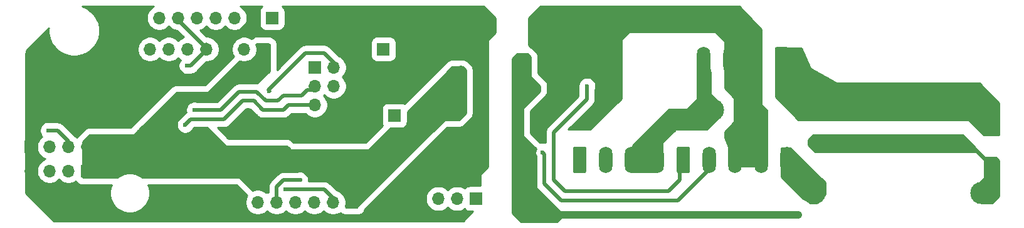
<source format=gbl>
G04 #@! TF.GenerationSoftware,KiCad,Pcbnew,(5.1.9-0-10_14)*
G04 #@! TF.CreationDate,2023-05-20T00:30:08-04:00*
G04 #@! TF.ProjectId,LiBCM-Daughterboard,4c694243-4d2d-4446-9175-676874657262,A*
G04 #@! TF.SameCoordinates,Original*
G04 #@! TF.FileFunction,Copper,L4,Bot*
G04 #@! TF.FilePolarity,Positive*
%FSLAX46Y46*%
G04 Gerber Fmt 4.6, Leading zero omitted, Abs format (unit mm)*
G04 Created by KiCad (PCBNEW (5.1.9-0-10_14)) date 2023-05-20 00:30:08*
%MOMM*%
%LPD*%
G01*
G04 APERTURE LIST*
G04 #@! TA.AperFunction,ComponentPad*
%ADD10C,3.000000*%
G04 #@! TD*
G04 #@! TA.AperFunction,ComponentPad*
%ADD11O,1.700000X1.700000*%
G04 #@! TD*
G04 #@! TA.AperFunction,ComponentPad*
%ADD12R,1.700000X1.700000*%
G04 #@! TD*
G04 #@! TA.AperFunction,ComponentPad*
%ADD13O,1.800000X3.600000*%
G04 #@! TD*
G04 #@! TA.AperFunction,ComponentPad*
%ADD14R,2.000000X2.000000*%
G04 #@! TD*
G04 #@! TA.AperFunction,ComponentPad*
%ADD15O,2.000000X2.000000*%
G04 #@! TD*
G04 #@! TA.AperFunction,ViaPad*
%ADD16C,0.600000*%
G04 #@! TD*
G04 #@! TA.AperFunction,Conductor*
%ADD17C,1.000000*%
G04 #@! TD*
G04 #@! TA.AperFunction,Conductor*
%ADD18C,0.500000*%
G04 #@! TD*
G04 #@! TA.AperFunction,Conductor*
%ADD19C,0.254000*%
G04 #@! TD*
G04 #@! TA.AperFunction,Conductor*
%ADD20C,0.100000*%
G04 #@! TD*
G04 APERTURE END LIST*
D10*
G04 #@! TO.P,F1,1*
G04 #@! TO.N,/HVDC_POS_BATT*
X213500000Y-140750000D03*
G04 #@! TO.P,F1,2*
G04 #@! TO.N,/HVDC_POS_AUX*
X191000000Y-140750000D03*
G04 #@! TD*
G04 #@! TO.P,F2,2*
G04 #@! TO.N,/GRID_POS*
X204750000Y-152000000D03*
G04 #@! TO.P,F2,1*
G04 #@! TO.N,/GRID_POS_FUSED*
X227250000Y-152000000D03*
G04 #@! TD*
D11*
G04 #@! TO.P,J3,7*
G04 #@! TO.N,/CAN_INT*
X116250000Y-128250000D03*
G04 #@! TO.P,J3,6*
G04 #@! TO.N,/SCK*
X118790000Y-128250000D03*
G04 #@! TO.P,J3,5*
G04 #@! TO.N,/MOSI*
X121330000Y-128250000D03*
G04 #@! TO.P,J3,4*
G04 #@! TO.N,/MISO*
X123870000Y-128250000D03*
G04 #@! TO.P,J3,3*
G04 #@! TO.N,/CAN_CS*
X126410000Y-128250000D03*
G04 #@! TO.P,J3,2*
G04 #@! TO.N,GND*
X128950000Y-128250000D03*
D12*
G04 #@! TO.P,J3,1*
G04 #@! TO.N,+5V*
X131490000Y-128250000D03*
G04 #@! TD*
G04 #@! TO.P,J4,1*
G04 #@! TO.N,+5V*
X130250000Y-132500000D03*
D11*
G04 #@! TO.P,J4,2*
G04 #@! TO.N,N/C*
X127710000Y-132500000D03*
G04 #@! TO.P,J4,3*
G04 #@! TO.N,GND*
X125170000Y-132500000D03*
G04 #@! TO.P,J4,4*
G04 #@! TO.N,/SCK*
X122630000Y-132500000D03*
G04 #@! TO.P,J4,5*
G04 #@! TO.N,/MISO*
X120090000Y-132500000D03*
G04 #@! TO.P,J4,6*
G04 #@! TO.N,/MOSI*
X117550000Y-132500000D03*
G04 #@! TO.P,J4,7*
G04 #@! TO.N,/FLASH_CS*
X115010000Y-132500000D03*
G04 #@! TD*
D12*
G04 #@! TO.P,J9,1*
G04 #@! TO.N,/HEATER_EN*
X159000000Y-152750000D03*
D11*
G04 #@! TO.P,J9,2*
G04 #@! TO.N,/GRID_VLIM||SWITCH*
X156460000Y-152750000D03*
G04 #@! TO.P,J9,3*
G04 #@! TO.N,/GRID_ILIM*
X153920000Y-152750000D03*
G04 #@! TO.P,J9,4*
G04 #@! TO.N,GND*
X151380000Y-152750000D03*
G04 #@! TD*
D12*
G04 #@! TO.P,J12,1*
G04 #@! TO.N,/SWITCH*
X148000000Y-141500000D03*
D11*
G04 #@! TO.P,J12,2*
G04 #@! TO.N,GND*
X145460000Y-141500000D03*
G04 #@! TD*
D12*
G04 #@! TO.P,J5,1*
G04 #@! TO.N,/MISO_MIMA*
X137250000Y-135000000D03*
D11*
G04 #@! TO.P,J5,2*
G04 #@! TO.N,/5V_MIMA*
X139790000Y-135000000D03*
G04 #@! TO.P,J5,3*
G04 #@! TO.N,/SCK_MIMA*
X137250000Y-137540000D03*
G04 #@! TO.P,J5,4*
G04 #@! TO.N,/MOSI_MIMA*
X139790000Y-137540000D03*
G04 #@! TO.P,J5,5*
G04 #@! TO.N,/CS_MIMA*
X137250000Y-140080000D03*
G04 #@! TO.P,J5,6*
G04 #@! TO.N,GND*
X139790000Y-140080000D03*
G04 #@! TD*
G04 #@! TO.P,J10,1*
G04 #@! TO.N,/HVDC_POS_BATT*
G04 #@! TA.AperFunction,ComponentPad*
G36*
G01*
X201150000Y-132450000D02*
X201150000Y-135550000D01*
G75*
G02*
X200900000Y-135800000I-250000J0D01*
G01*
X199600000Y-135800000D01*
G75*
G02*
X199350000Y-135550000I0J250000D01*
G01*
X199350000Y-132450000D01*
G75*
G02*
X199600000Y-132200000I250000J0D01*
G01*
X200900000Y-132200000D01*
G75*
G02*
X201150000Y-132450000I0J-250000D01*
G01*
G37*
G04 #@! TD.AperFunction*
D13*
G04 #@! TO.P,J10,2*
G04 #@! TO.N,GNDPWR*
X196750000Y-134000000D03*
G04 #@! TO.P,J10,3*
X193250000Y-134000000D03*
G04 #@! TO.P,J10,4*
G04 #@! TO.N,/HVDC_POS_AUX*
X189750000Y-134000000D03*
G04 #@! TD*
G04 #@! TO.P,J11,1*
G04 #@! TO.N,/HEAT_NEG*
G04 #@! TA.AperFunction,ComponentPad*
G36*
G01*
X172100000Y-149050000D02*
X172100000Y-145950000D01*
G75*
G02*
X172350000Y-145700000I250000J0D01*
G01*
X173650000Y-145700000D01*
G75*
G02*
X173900000Y-145950000I0J-250000D01*
G01*
X173900000Y-149050000D01*
G75*
G02*
X173650000Y-149300000I-250000J0D01*
G01*
X172350000Y-149300000D01*
G75*
G02*
X172100000Y-149050000I0J250000D01*
G01*
G37*
G04 #@! TD.AperFunction*
G04 #@! TO.P,J11,2*
X176500000Y-147500000D03*
G04 #@! TO.P,J11,3*
G04 #@! TO.N,/HVDC_POS_AUX*
X180000000Y-147500000D03*
G04 #@! TO.P,J11,4*
X183500000Y-147500000D03*
G04 #@! TD*
D12*
G04 #@! TO.P,J8,1*
G04 #@! TO.N,/HEATER_EN*
X146500000Y-132500000D03*
D11*
G04 #@! TO.P,J8,2*
G04 #@! TO.N,GND*
X146500000Y-129960000D03*
G04 #@! TD*
D12*
G04 #@! TO.P,J7,1*
G04 #@! TO.N,+5V*
X142250000Y-153250000D03*
D11*
G04 #@! TO.P,J7,2*
G04 #@! TO.N,/MOSI*
X139710000Y-153250000D03*
G04 #@! TO.P,J7,3*
G04 #@! TO.N,/SCK*
X137170000Y-153250000D03*
G04 #@! TO.P,J7,4*
G04 #@! TO.N,/MISO*
X134630000Y-153250000D03*
G04 #@! TO.P,J7,5*
G04 #@! TO.N,/LiCONTROL_CS*
X132090000Y-153250000D03*
G04 #@! TO.P,J7,6*
G04 #@! TO.N,/FLASH_CS*
X129550000Y-153250000D03*
G04 #@! TO.P,J7,7*
G04 #@! TO.N,GND*
X127010000Y-153250000D03*
G04 #@! TO.P,J7,8*
X124470000Y-153250000D03*
G04 #@! TD*
D12*
G04 #@! TO.P,J6,1*
G04 #@! TO.N,GND*
X98880000Y-145750000D03*
D11*
G04 #@! TO.P,J6,2*
G04 #@! TO.N,/CAN_INT*
X101420000Y-145750000D03*
G04 #@! TO.P,J6,3*
G04 #@! TO.N,/CAN_CS*
X103960000Y-145750000D03*
G04 #@! TO.P,J6,4*
G04 #@! TO.N,+5V*
X106500000Y-145750000D03*
G04 #@! TD*
D14*
G04 #@! TO.P,D3,1*
G04 #@! TO.N,/HVDC_POS_BATT*
X228570000Y-143220000D03*
D15*
G04 #@! TO.P,D3,2*
G04 #@! TO.N,/GRID_POS_FUSED*
X228570000Y-148300000D03*
G04 #@! TD*
D12*
G04 #@! TO.P,J2,1*
G04 #@! TO.N,+5V*
X106500000Y-149000000D03*
D11*
G04 #@! TO.P,J2,2*
G04 #@! TO.N,/CAN_CS*
X103960000Y-149000000D03*
G04 #@! TO.P,J2,3*
G04 #@! TO.N,/CAN_INT*
X101420000Y-149000000D03*
G04 #@! TO.P,J2,4*
G04 #@! TO.N,GND*
X98880000Y-149000000D03*
G04 #@! TD*
G04 #@! TO.P,J13,1*
G04 #@! TO.N,/CHARGER_LIMIT_CURRENT*
G04 #@! TA.AperFunction,ComponentPad*
G36*
G01*
X186100000Y-149050000D02*
X186100000Y-145950000D01*
G75*
G02*
X186350000Y-145700000I250000J0D01*
G01*
X187650000Y-145700000D01*
G75*
G02*
X187900000Y-145950000I0J-250000D01*
G01*
X187900000Y-149050000D01*
G75*
G02*
X187650000Y-149300000I-250000J0D01*
G01*
X186350000Y-149300000D01*
G75*
G02*
X186100000Y-149050000I0J250000D01*
G01*
G37*
G04 #@! TD.AperFunction*
D13*
G04 #@! TO.P,J13,2*
G04 #@! TO.N,/CHARGER_LIMIT_VOLTAGE*
X190500000Y-147500000D03*
G04 #@! TO.P,J13,3*
G04 #@! TO.N,GNDPWR*
X194000000Y-147500000D03*
G04 #@! TO.P,J13,4*
X197500000Y-147500000D03*
G04 #@! TO.P,J13,5*
G04 #@! TO.N,/GRID_POS*
X201000000Y-147500000D03*
G04 #@! TD*
D16*
G04 #@! TO.N,+5V*
X116300000Y-141700000D03*
X156982500Y-137732500D03*
X157000000Y-135250000D03*
X157000000Y-141000000D03*
G04 #@! TO.N,GND*
X160250000Y-134500000D03*
X149500000Y-139250000D03*
X115750000Y-154250000D03*
X109000000Y-154250000D03*
X101750000Y-138000000D03*
X105250000Y-133750000D03*
X99500000Y-132250000D03*
X108000000Y-127500000D03*
X110250000Y-127250000D03*
X141000000Y-132000000D03*
X139000000Y-128750000D03*
X138950000Y-143750000D03*
X144250000Y-154500000D03*
X125750000Y-144250000D03*
X128250000Y-140750000D03*
X105500000Y-140750000D03*
X160000000Y-131000000D03*
X134500000Y-144750000D03*
X115000000Y-138500000D03*
X117750000Y-137250000D03*
X153000000Y-133250000D03*
X132750000Y-132500000D03*
X119500000Y-154500000D03*
X158750000Y-131250000D03*
X155250000Y-155000000D03*
X156500000Y-155000000D03*
X160250000Y-142500000D03*
X160250000Y-136500000D03*
X160250000Y-140500000D03*
X160250000Y-138500000D03*
G04 #@! TO.N,GNDPWR*
X171250000Y-132250000D03*
X166500000Y-131500000D03*
X170750000Y-135500000D03*
X177250000Y-137000000D03*
X169750000Y-141500000D03*
X167500000Y-142750000D03*
X180500000Y-129650000D03*
X180500000Y-128650000D03*
X182500000Y-129650000D03*
X182500000Y-128650000D03*
X166500000Y-142750000D03*
G04 #@! TO.N,/GRID_POS_FUSED*
X208662500Y-146087500D03*
X213162500Y-146087500D03*
X217662500Y-146087500D03*
X222162500Y-146087500D03*
X224250000Y-144750000D03*
X219750000Y-144750000D03*
X215250000Y-144750000D03*
X210750000Y-144750000D03*
X206250000Y-144750000D03*
G04 #@! TO.N,/SCK*
X120000000Y-134750000D03*
G04 #@! TO.N,/MOSI*
X133250000Y-151500000D03*
G04 #@! TO.N,/CAN_CS*
X101250000Y-143500000D03*
G04 #@! TO.N,+5P*
X166500000Y-151500000D03*
X166750000Y-155000000D03*
X167350000Y-137850000D03*
X165750000Y-133500000D03*
X167750000Y-155000000D03*
X202500000Y-155000000D03*
X201500000Y-155000000D03*
G04 #@! TO.N,/CHARGER_LIMIT_CURRENT*
X174000000Y-137500000D03*
G04 #@! TO.N,/CHARGER_LIMIT_VOLTAGE*
X168000000Y-146500000D03*
G04 #@! TO.N,/LiCONTROL_CS*
X135250000Y-150250000D03*
G04 #@! TO.N,/5V_MIMA*
X131087500Y-138162500D03*
G04 #@! TO.N,/SCK_MIMA*
X121000000Y-140750000D03*
G04 #@! TO.N,/CS_MIMA*
X119750000Y-142750000D03*
G04 #@! TD*
D17*
G04 #@! TO.N,+5V*
X142250000Y-153250000D02*
X142250000Y-151250000D01*
X107700000Y-144550000D02*
X106500000Y-145750000D01*
X106500000Y-149000000D02*
X106500000Y-145750000D01*
X130250000Y-132500000D02*
X130000000Y-132750000D01*
X116300000Y-144450000D02*
X116200000Y-144550000D01*
X116200000Y-144550000D02*
X107700000Y-144550000D01*
X116300000Y-141700000D02*
X116300000Y-144450000D01*
X157000000Y-137715000D02*
X156982500Y-137732500D01*
X157000000Y-135250000D02*
X157000000Y-137715000D01*
X119000000Y-139000000D02*
X116300000Y-141700000D01*
X127000000Y-135000000D02*
X123000000Y-139000000D01*
X129250000Y-135000000D02*
X127000000Y-135000000D01*
X123000000Y-139000000D02*
X119000000Y-139000000D01*
X130250000Y-134000000D02*
X129250000Y-135000000D01*
X130250000Y-132500000D02*
X130250000Y-134000000D01*
X143750000Y-149750000D02*
X142250000Y-151250000D01*
X155767500Y-137732500D02*
X143750000Y-149750000D01*
X156982500Y-137732500D02*
X155767500Y-137732500D01*
X120000000Y-148250000D02*
X116300000Y-144550000D01*
X116300000Y-144550000D02*
X116200000Y-144550000D01*
X139750000Y-148250000D02*
X120000000Y-148250000D01*
X142000000Y-150500000D02*
X139750000Y-148250000D01*
X142250000Y-150750000D02*
X141500000Y-150000000D01*
X142250000Y-151250000D02*
X142250000Y-150750000D01*
G04 #@! TO.N,GND*
X156380000Y-147750000D02*
X156500000Y-147750000D01*
X127010000Y-153250000D02*
X124470000Y-153250000D01*
D18*
X125170000Y-132500000D02*
X125170000Y-132080000D01*
X128950000Y-128300000D02*
X128950000Y-128250000D01*
X125170000Y-132080000D02*
X128950000Y-128300000D01*
X98880000Y-145750000D02*
X98880000Y-142380000D01*
D17*
X151380000Y-152750000D02*
X151380000Y-151120000D01*
X154750000Y-147750000D02*
X156500000Y-147750000D01*
X151380000Y-151120000D02*
X154750000Y-147750000D01*
X159500000Y-146000000D02*
X157750000Y-147750000D01*
X157750000Y-147750000D02*
X156500000Y-147750000D01*
D18*
X151380000Y-152750000D02*
X148880000Y-155250000D01*
D17*
X105500000Y-141250000D02*
X106700000Y-142450000D01*
X105500000Y-140750000D02*
X105500000Y-141250000D01*
X112550000Y-142450000D02*
X106700000Y-142450000D01*
D18*
X98880000Y-139370000D02*
X103500000Y-134750000D01*
X103500000Y-134750000D02*
X106500000Y-134750000D01*
X128950000Y-127200000D02*
X128950000Y-128250000D01*
X98880000Y-142380000D02*
X98880000Y-139370000D01*
X128950000Y-128250000D02*
X128950000Y-127550000D01*
D17*
X144040000Y-140080000D02*
X145460000Y-141500000D01*
X143420000Y-129330000D02*
X144000000Y-128750000D01*
X143420000Y-140080000D02*
X143420000Y-129330000D01*
X144000000Y-128750000D02*
X137250000Y-128750000D01*
X139790000Y-140080000D02*
X143420000Y-140080000D01*
X143420000Y-140080000D02*
X144040000Y-140080000D01*
X146500000Y-129960000D02*
X145290000Y-128750000D01*
X145290000Y-128750000D02*
X144500000Y-128750000D01*
X144500000Y-128750000D02*
X144000000Y-128750000D01*
D18*
X128950000Y-128250000D02*
X128950000Y-129450000D01*
X128950000Y-129450000D02*
X130000000Y-130500000D01*
X135500000Y-130500000D02*
X137250000Y-128750000D01*
X130000000Y-130500000D02*
X135500000Y-130500000D01*
X124470000Y-153250000D02*
X126720000Y-155500000D01*
X148630000Y-155500000D02*
X148880000Y-155250000D01*
X126720000Y-155500000D02*
X148630000Y-155500000D01*
D17*
X145500000Y-129750000D02*
X144500000Y-128750000D01*
X149250000Y-129750000D02*
X145500000Y-129750000D01*
X150250000Y-130750000D02*
X149250000Y-129750000D01*
X156000000Y-130750000D02*
X150250000Y-130750000D01*
D18*
X160000000Y-131000000D02*
X158375000Y-132625000D01*
X158375000Y-132625000D02*
X158375000Y-133125000D01*
D17*
X158375000Y-133125000D02*
X156000000Y-130750000D01*
D18*
X126250000Y-144250000D02*
X128250000Y-142250000D01*
X128250000Y-142250000D02*
X128250000Y-140750000D01*
X125750000Y-144250000D02*
X126250000Y-144250000D01*
D17*
X116250000Y-138500000D02*
X116375000Y-138625000D01*
X115000000Y-138500000D02*
X116250000Y-138500000D01*
X116375000Y-138625000D02*
X112550000Y-142450000D01*
X117750000Y-137250000D02*
X116375000Y-138625000D01*
X105550000Y-142450000D02*
X104350000Y-141250000D01*
X100010000Y-141250000D02*
X98880000Y-142380000D01*
X104350000Y-141250000D02*
X100010000Y-141250000D01*
X106700000Y-142450000D02*
X105550000Y-142450000D01*
X118500000Y-136500000D02*
X117750000Y-137250000D01*
X121750000Y-136500000D02*
X118500000Y-136500000D01*
X125170000Y-133080000D02*
X121750000Y-136500000D01*
X125170000Y-132500000D02*
X125170000Y-133080000D01*
X98880000Y-151130000D02*
X98880000Y-145750000D01*
X101000000Y-153250000D02*
X98880000Y-151130000D01*
X110750000Y-155250000D02*
X108750000Y-153250000D01*
X116000000Y-155250000D02*
X110750000Y-155250000D01*
X118000000Y-153250000D02*
X116000000Y-155250000D01*
X124470000Y-153250000D02*
X118000000Y-153250000D01*
X107500000Y-153250000D02*
X107500000Y-152250000D01*
X108750000Y-153250000D02*
X107500000Y-153250000D01*
X107500000Y-153250000D02*
X101000000Y-153250000D01*
X151380000Y-152750000D02*
X150250000Y-153880000D01*
X151380000Y-152750000D02*
X151380000Y-154870000D01*
X151380000Y-154870000D02*
X151510000Y-155000000D01*
X151510000Y-155000000D02*
X155250000Y-155000000D01*
X160250000Y-134250000D02*
X159125000Y-133125000D01*
X160250000Y-145750000D02*
X160250000Y-134250000D01*
X159125000Y-133125000D02*
X158375000Y-133125000D01*
X159750000Y-146250000D02*
X160250000Y-145750000D01*
X134500000Y-144750000D02*
X142210000Y-144750000D01*
X142210000Y-144750000D02*
X145460000Y-141500000D01*
X134000000Y-144250000D02*
X134500000Y-144750000D01*
X125750000Y-144250000D02*
X134000000Y-144250000D01*
G04 #@! TO.N,GNDPWR*
X179750000Y-128750000D02*
X178250000Y-130250000D01*
X178250000Y-130250000D02*
X173250000Y-130250000D01*
X173250000Y-130250000D02*
X171250000Y-132250000D01*
X173250000Y-130250000D02*
X167750000Y-130250000D01*
X167750000Y-130250000D02*
X166500000Y-131500000D01*
X171250000Y-135000000D02*
X170750000Y-135500000D01*
X171250000Y-132250000D02*
X171250000Y-135000000D01*
X177250000Y-137000000D02*
X175750000Y-137000000D01*
X174250000Y-135500000D02*
X170750000Y-135500000D01*
X175750000Y-137000000D02*
X174250000Y-135500000D01*
X170750000Y-135500000D02*
X170750000Y-137500000D01*
X170750000Y-140500000D02*
X169750000Y-141500000D01*
X170750000Y-137500000D02*
X170750000Y-140500000D01*
X168750000Y-141500000D02*
X167500000Y-142750000D01*
X169750000Y-141500000D02*
X168750000Y-141500000D01*
D18*
X181150000Y-129000000D02*
X181150000Y-128750000D01*
X180500000Y-129650000D02*
X181150000Y-129000000D01*
D17*
X181150000Y-128750000D02*
X179750000Y-128750000D01*
D18*
X182500000Y-129650000D02*
X181950000Y-129100000D01*
D17*
X181950000Y-128750000D02*
X181150000Y-128750000D01*
D18*
X181950000Y-129100000D02*
X181950000Y-128750000D01*
D17*
X183250000Y-128750000D02*
X181950000Y-128750000D01*
X196750000Y-132500000D02*
X196750000Y-134000000D01*
X193000000Y-128750000D02*
X196750000Y-132500000D01*
X183500000Y-128750000D02*
X193000000Y-128750000D01*
D18*
X166500000Y-142750000D02*
X167500000Y-142750000D01*
D17*
X178250000Y-136000000D02*
X177250000Y-137000000D01*
X178250000Y-130250000D02*
X178250000Y-136000000D01*
D18*
G04 #@! TO.N,/GRID_POS_FUSED*
X228570000Y-148300000D02*
X225770000Y-145500000D01*
X225000000Y-145500000D02*
X224250000Y-144750000D01*
X225770000Y-145500000D02*
X225000000Y-145500000D01*
G04 #@! TO.N,/SCK*
X122630000Y-132500000D02*
X122630000Y-131880000D01*
X118790000Y-128540000D02*
X118790000Y-128250000D01*
X122630000Y-132380000D02*
X118790000Y-128540000D01*
X122630000Y-132500000D02*
X122630000Y-132380000D01*
X120500000Y-134750000D02*
X120000000Y-134750000D01*
X122630000Y-132620000D02*
X120500000Y-134750000D01*
X122630000Y-132500000D02*
X122630000Y-132620000D01*
G04 #@! TO.N,/MOSI*
X133250000Y-151500000D02*
X138500000Y-151500000D01*
X139710000Y-152710000D02*
X139710000Y-153250000D01*
X138500000Y-151500000D02*
X139710000Y-152710000D01*
G04 #@! TO.N,/MISO*
X120090000Y-132500000D02*
X120090000Y-132910000D01*
G04 #@! TO.N,/CAN_CS*
X103960000Y-145750000D02*
X103960000Y-144960000D01*
X102500000Y-143500000D02*
X101250000Y-143500000D01*
X103960000Y-144960000D02*
X102500000Y-143500000D01*
G04 #@! TO.N,+5P*
X166150000Y-137850000D02*
X167350000Y-137850000D01*
X164500000Y-139500000D02*
X166150000Y-137850000D01*
X164500000Y-134750000D02*
X165750000Y-133500000D01*
X164500000Y-139500000D02*
X164500000Y-134750000D01*
X164500000Y-150000000D02*
X166000000Y-151500000D01*
X166000000Y-154250000D02*
X166750000Y-155000000D01*
X166000000Y-151500000D02*
X166000000Y-154250000D01*
X164500000Y-139500000D02*
X164500000Y-150000000D01*
X167750000Y-155000000D02*
X167000000Y-155000000D01*
X202250000Y-155000000D02*
X201500000Y-155000000D01*
D17*
X167750000Y-155000000D02*
X202500000Y-155000000D01*
D18*
G04 #@! TO.N,/CHARGER_LIMIT_CURRENT*
X173950000Y-139300000D02*
X173950000Y-137550000D01*
X169500000Y-143750000D02*
X173950000Y-139300000D01*
X169500000Y-150250000D02*
X169500000Y-143750000D01*
X171000000Y-151750000D02*
X169500000Y-150250000D01*
X185000000Y-151750000D02*
X171000000Y-151750000D01*
X186500000Y-150250000D02*
X185000000Y-151750000D01*
X186500000Y-147500000D02*
X186500000Y-150250000D01*
G04 #@! TO.N,/CHARGER_LIMIT_VOLTAGE*
X190500000Y-147500000D02*
X190500000Y-148750000D01*
X168250000Y-150750000D02*
X168250000Y-146750000D01*
X170500000Y-153000000D02*
X168250000Y-150750000D01*
X186250000Y-153000000D02*
X170500000Y-153000000D01*
X168250000Y-146750000D02*
X168000000Y-146500000D01*
X190500000Y-148750000D02*
X186250000Y-153000000D01*
G04 #@! TO.N,/LiCONTROL_CS*
X132090000Y-153250000D02*
X132090000Y-152840000D01*
X132090000Y-151160000D02*
X132090000Y-153250000D01*
X133000000Y-150250000D02*
X132090000Y-151160000D01*
X135250000Y-150250000D02*
X133000000Y-150250000D01*
G04 #@! TO.N,/5V_MIMA*
X136000000Y-133000000D02*
X131000000Y-138000000D01*
X131000000Y-138000000D02*
X131162500Y-138162500D01*
X138500000Y-133000000D02*
X136000000Y-133000000D01*
X139790000Y-134290000D02*
X138500000Y-133000000D01*
X139790000Y-135000000D02*
X139790000Y-134290000D01*
G04 #@! TO.N,/SCK_MIMA*
X127000000Y-138250000D02*
X124500000Y-140750000D01*
X129375000Y-138250000D02*
X127000000Y-138250000D01*
X130625000Y-139500000D02*
X129375000Y-138250000D01*
X124500000Y-140750000D02*
X121000000Y-140750000D01*
X132250000Y-139500000D02*
X130625000Y-139500000D01*
X135500000Y-138750000D02*
X133000000Y-138750000D01*
X136250000Y-138000000D02*
X135500000Y-138750000D01*
X133000000Y-138750000D02*
X132250000Y-139500000D01*
X136790000Y-138000000D02*
X136250000Y-138000000D01*
X137250000Y-137540000D02*
X136790000Y-138000000D01*
G04 #@! TO.N,/CS_MIMA*
X133670000Y-140080000D02*
X137250000Y-140080000D01*
X130250000Y-140750000D02*
X133000000Y-140750000D01*
X133000000Y-140750000D02*
X133670000Y-140080000D01*
X119750000Y-142750000D02*
X120500000Y-142000000D01*
X129000000Y-139500000D02*
X130250000Y-140750000D01*
X127500000Y-139500000D02*
X129000000Y-139500000D01*
X125000000Y-142000000D02*
X127500000Y-139500000D01*
X120500000Y-142000000D02*
X125000000Y-142000000D01*
G04 #@! TD*
D19*
G04 #@! TO.N,/HVDC_POS_BATT*
X204134383Y-135052553D02*
X204146858Y-135074099D01*
X204163295Y-135092797D01*
X204186990Y-135110267D01*
X207686990Y-137110267D01*
X207709713Y-137120441D01*
X207733984Y-137125986D01*
X207750000Y-137127000D01*
X226947394Y-137127000D01*
X229623000Y-139802606D01*
X229623000Y-144123000D01*
X227552606Y-144123000D01*
X225589803Y-142160197D01*
X225570557Y-142144403D01*
X225548601Y-142132667D01*
X225524776Y-142125440D01*
X225500000Y-142123000D01*
X202553772Y-142123000D01*
X199477000Y-138948553D01*
X199477000Y-132377000D01*
X202918223Y-132377000D01*
X204134383Y-135052553D01*
G04 #@! TA.AperFunction,Conductor*
D20*
G36*
X204134383Y-135052553D02*
G01*
X204146858Y-135074099D01*
X204163295Y-135092797D01*
X204186990Y-135110267D01*
X207686990Y-137110267D01*
X207709713Y-137120441D01*
X207733984Y-137125986D01*
X207750000Y-137127000D01*
X226947394Y-137127000D01*
X229623000Y-139802606D01*
X229623000Y-144123000D01*
X227552606Y-144123000D01*
X225589803Y-142160197D01*
X225570557Y-142144403D01*
X225548601Y-142132667D01*
X225524776Y-142125440D01*
X225500000Y-142123000D01*
X202553772Y-142123000D01*
X199477000Y-138948553D01*
X199477000Y-132377000D01*
X202918223Y-132377000D01*
X204134383Y-135052553D01*
G37*
G04 #@! TD.AperFunction*
G04 #@! TD*
D19*
G04 #@! TO.N,/GRID_POS*
X206123000Y-150552606D02*
X206123000Y-152197394D01*
X204947394Y-153373000D01*
X204175064Y-153373000D01*
X204153399Y-153346601D01*
X203799067Y-153055809D01*
X203394813Y-152839730D01*
X203214699Y-152785093D01*
X200227000Y-149797394D01*
X200227000Y-145877000D01*
X201447394Y-145877000D01*
X206123000Y-150552606D01*
G04 #@! TA.AperFunction,Conductor*
D20*
G36*
X206123000Y-150552606D02*
G01*
X206123000Y-152197394D01*
X204947394Y-153373000D01*
X204175064Y-153373000D01*
X204153399Y-153346601D01*
X203799067Y-153055809D01*
X203394813Y-152839730D01*
X203214699Y-152785093D01*
X200227000Y-149797394D01*
X200227000Y-145877000D01*
X201447394Y-145877000D01*
X206123000Y-150552606D01*
G37*
G04 #@! TD.AperFunction*
G04 #@! TD*
D19*
G04 #@! TO.N,/GRID_POS_FUSED*
X229623000Y-147552606D02*
X229623000Y-152447394D01*
X228697394Y-153373000D01*
X227320390Y-153373000D01*
X226161242Y-151518364D01*
X227589803Y-150089803D01*
X227605597Y-150070557D01*
X227617333Y-150048601D01*
X227624560Y-150024776D01*
X227627000Y-150000000D01*
X227627000Y-147127000D01*
X229197394Y-147127000D01*
X229623000Y-147552606D01*
G04 #@! TA.AperFunction,Conductor*
D20*
G36*
X229623000Y-147552606D02*
G01*
X229623000Y-152447394D01*
X228697394Y-153373000D01*
X227320390Y-153373000D01*
X226161242Y-151518364D01*
X227589803Y-150089803D01*
X227605597Y-150070557D01*
X227617333Y-150048601D01*
X227624560Y-150024776D01*
X227627000Y-150000000D01*
X227627000Y-147127000D01*
X229197394Y-147127000D01*
X229623000Y-147552606D01*
G37*
G04 #@! TD.AperFunction*
G04 #@! TD*
D19*
G04 #@! TO.N,/GRID_POS_FUSED*
X226373000Y-145802606D02*
X226373000Y-146373000D01*
X204802606Y-146373000D01*
X203877000Y-145447394D01*
X203877000Y-144802606D01*
X204552606Y-144127000D01*
X224697394Y-144127000D01*
X226373000Y-145802606D01*
G04 #@! TA.AperFunction,Conductor*
D20*
G36*
X226373000Y-145802606D02*
G01*
X226373000Y-146373000D01*
X204802606Y-146373000D01*
X203877000Y-145447394D01*
X203877000Y-144802606D01*
X204552606Y-144127000D01*
X224697394Y-144127000D01*
X226373000Y-145802606D01*
G37*
G04 #@! TD.AperFunction*
G04 #@! TD*
D19*
G04 #@! TO.N,+5P*
X166373000Y-133552606D02*
X166373000Y-136250000D01*
X166375440Y-136274776D01*
X166382667Y-136298601D01*
X166394403Y-136320557D01*
X166410197Y-136339803D01*
X167623000Y-137552606D01*
X167623000Y-138197394D01*
X165410197Y-140410197D01*
X165394403Y-140429443D01*
X165382667Y-140451399D01*
X165375440Y-140475224D01*
X165373000Y-140500000D01*
X165373000Y-144250000D01*
X165375440Y-144274776D01*
X165382667Y-144298601D01*
X165394403Y-144320557D01*
X165410197Y-144339803D01*
X167088140Y-146017746D01*
X167012467Y-146200435D01*
X166973000Y-146398849D01*
X166973000Y-146601151D01*
X167012467Y-146799565D01*
X167089885Y-146986467D01*
X167123000Y-147036027D01*
X167123000Y-151250000D01*
X167125440Y-151274776D01*
X167132667Y-151298601D01*
X167144403Y-151320557D01*
X167160197Y-151339803D01*
X170623000Y-154802606D01*
X170623000Y-155197394D01*
X169947394Y-155873000D01*
X165052606Y-155873000D01*
X163877000Y-154697394D01*
X163877000Y-133802606D01*
X164552606Y-133127000D01*
X165947394Y-133127000D01*
X166373000Y-133552606D01*
G04 #@! TA.AperFunction,Conductor*
D20*
G36*
X166373000Y-133552606D02*
G01*
X166373000Y-136250000D01*
X166375440Y-136274776D01*
X166382667Y-136298601D01*
X166394403Y-136320557D01*
X166410197Y-136339803D01*
X167623000Y-137552606D01*
X167623000Y-138197394D01*
X165410197Y-140410197D01*
X165394403Y-140429443D01*
X165382667Y-140451399D01*
X165375440Y-140475224D01*
X165373000Y-140500000D01*
X165373000Y-144250000D01*
X165375440Y-144274776D01*
X165382667Y-144298601D01*
X165394403Y-144320557D01*
X165410197Y-144339803D01*
X167088140Y-146017746D01*
X167012467Y-146200435D01*
X166973000Y-146398849D01*
X166973000Y-146601151D01*
X167012467Y-146799565D01*
X167089885Y-146986467D01*
X167123000Y-147036027D01*
X167123000Y-151250000D01*
X167125440Y-151274776D01*
X167132667Y-151298601D01*
X167144403Y-151320557D01*
X167160197Y-151339803D01*
X170623000Y-154802606D01*
X170623000Y-155197394D01*
X169947394Y-155873000D01*
X165052606Y-155873000D01*
X163877000Y-154697394D01*
X163877000Y-133802606D01*
X164552606Y-133127000D01*
X165947394Y-133127000D01*
X166373000Y-133552606D01*
G37*
G04 #@! TD.AperFunction*
G04 #@! TD*
D19*
G04 #@! TO.N,+5V*
X131123000Y-135447394D02*
X129445867Y-137124527D01*
X129430365Y-137123000D01*
X129430354Y-137123000D01*
X129375000Y-137117548D01*
X129319646Y-137123000D01*
X127055354Y-137123000D01*
X127000000Y-137117548D01*
X126944645Y-137123000D01*
X126944635Y-137123000D01*
X126779069Y-137139307D01*
X126581513Y-137199235D01*
X126566629Y-137203750D01*
X126370843Y-137308400D01*
X126242239Y-137413942D01*
X126242236Y-137413945D01*
X126199235Y-137449235D01*
X126163945Y-137492236D01*
X124033182Y-139623000D01*
X121354831Y-139623000D01*
X121343318Y-139618231D01*
X121115924Y-139573000D01*
X120884076Y-139573000D01*
X120656682Y-139618231D01*
X120442481Y-139706956D01*
X120249706Y-139835764D01*
X120085764Y-139999706D01*
X119956956Y-140192481D01*
X119868231Y-140406682D01*
X119823000Y-140634076D01*
X119823000Y-140865924D01*
X119862627Y-141065143D01*
X119699235Y-141199235D01*
X119663942Y-141242240D01*
X119203995Y-141702187D01*
X119192481Y-141706956D01*
X118999706Y-141835764D01*
X118835764Y-141999706D01*
X118706956Y-142192481D01*
X118618231Y-142406682D01*
X118573000Y-142634076D01*
X118573000Y-142865924D01*
X118618231Y-143093318D01*
X118706956Y-143307519D01*
X118835764Y-143500294D01*
X118999706Y-143664236D01*
X119192481Y-143793044D01*
X119406682Y-143881769D01*
X119634076Y-143927000D01*
X119865924Y-143927000D01*
X120093318Y-143881769D01*
X120307519Y-143793044D01*
X120500294Y-143664236D01*
X120664236Y-143500294D01*
X120793044Y-143307519D01*
X120797813Y-143296005D01*
X120966818Y-143127000D01*
X122697394Y-143127000D01*
X124647177Y-145076783D01*
X124771603Y-145228397D01*
X124923217Y-145352823D01*
X125160197Y-145589803D01*
X125179443Y-145605597D01*
X125201399Y-145617333D01*
X125225224Y-145624560D01*
X125250000Y-145627000D01*
X133429629Y-145627000D01*
X133478479Y-145675850D01*
X133521603Y-145728397D01*
X133673217Y-145852823D01*
X133910197Y-146089803D01*
X133929443Y-146105597D01*
X133951399Y-146117333D01*
X133975224Y-146124560D01*
X134000000Y-146127000D01*
X134432360Y-146127000D01*
X134500000Y-146133662D01*
X134567640Y-146127000D01*
X142142360Y-146127000D01*
X142210000Y-146133662D01*
X142277640Y-146127000D01*
X144500000Y-146127000D01*
X144524776Y-146124560D01*
X144548601Y-146117333D01*
X144570557Y-146105597D01*
X144589803Y-146089803D01*
X147448363Y-143231243D01*
X148850000Y-143231243D01*
X149021922Y-143214310D01*
X149187237Y-143164162D01*
X149339592Y-143082727D01*
X149473133Y-142973133D01*
X149582727Y-142839592D01*
X149664162Y-142687237D01*
X149714310Y-142521922D01*
X149731243Y-142350000D01*
X149731243Y-140948363D01*
X155802606Y-134877000D01*
X157197394Y-134877000D01*
X157623000Y-135302606D01*
X157623000Y-141197394D01*
X156697394Y-142123000D01*
X154750000Y-142123000D01*
X154725224Y-142125440D01*
X154701399Y-142132667D01*
X154679443Y-142144403D01*
X154660197Y-142160197D01*
X142947394Y-153873000D01*
X141377000Y-153873000D01*
X141377000Y-153721733D01*
X141437000Y-153420095D01*
X141437000Y-153079905D01*
X141377000Y-152778267D01*
X141377000Y-152750000D01*
X141374560Y-152725224D01*
X141367333Y-152701399D01*
X141355597Y-152679443D01*
X141339803Y-152660197D01*
X141331581Y-152651975D01*
X141240447Y-152431959D01*
X141051448Y-152149102D01*
X140810898Y-151908552D01*
X140528041Y-151719553D01*
X140213747Y-151589368D01*
X140175598Y-151581780D01*
X139336059Y-150742241D01*
X139300765Y-150699235D01*
X139129157Y-150558400D01*
X138933371Y-150453750D01*
X138720931Y-150389307D01*
X138555365Y-150373000D01*
X138555354Y-150373000D01*
X138500000Y-150367548D01*
X138444646Y-150373000D01*
X136425593Y-150373000D01*
X136427000Y-150365924D01*
X136427000Y-150134076D01*
X136381769Y-149906682D01*
X136293044Y-149692481D01*
X136164236Y-149499706D01*
X136000294Y-149335764D01*
X135807519Y-149206956D01*
X135593318Y-149118231D01*
X135365924Y-149073000D01*
X135134076Y-149073000D01*
X134906682Y-149118231D01*
X134895169Y-149123000D01*
X133055354Y-149123000D01*
X132999999Y-149117548D01*
X132944645Y-149123000D01*
X132944635Y-149123000D01*
X132779069Y-149139307D01*
X132566629Y-149203750D01*
X132403196Y-149291107D01*
X132370843Y-149308400D01*
X132242239Y-149413942D01*
X132242236Y-149413945D01*
X132199235Y-149449235D01*
X132163945Y-149492236D01*
X131332241Y-150323941D01*
X131289235Y-150359235D01*
X131148400Y-150530843D01*
X131043750Y-150726630D01*
X130979307Y-150939070D01*
X130963000Y-151104636D01*
X130963000Y-151104646D01*
X130957548Y-151160000D01*
X130963000Y-151215355D01*
X130963000Y-151873000D01*
X130597691Y-151873000D01*
X130368041Y-151719553D01*
X130053747Y-151589368D01*
X129720095Y-151523000D01*
X129379905Y-151523000D01*
X129046253Y-151589368D01*
X128850187Y-151670581D01*
X127089803Y-149910197D01*
X127070557Y-149894403D01*
X127048601Y-149882667D01*
X127024776Y-149875440D01*
X127000000Y-149873000D01*
X113942598Y-149873000D01*
X113533142Y-149599410D01*
X113040155Y-149395208D01*
X112516803Y-149291107D01*
X111983197Y-149291107D01*
X111459845Y-149395208D01*
X110966858Y-149599410D01*
X110557402Y-149873000D01*
X105877000Y-149873000D01*
X105877000Y-145052606D01*
X106802606Y-144127000D01*
X112750000Y-144127000D01*
X112774776Y-144124560D01*
X112798601Y-144117333D01*
X112820557Y-144105597D01*
X112839803Y-144089803D01*
X113376783Y-143552823D01*
X113528397Y-143428397D01*
X113571521Y-143375850D01*
X117300864Y-139646508D01*
X117353396Y-139603396D01*
X117396508Y-139550864D01*
X117396514Y-139550858D01*
X117396518Y-139550853D01*
X118570372Y-138377000D01*
X122750000Y-138377000D01*
X122774776Y-138374560D01*
X122798601Y-138367333D01*
X122820557Y-138355597D01*
X122839803Y-138339803D01*
X127073827Y-134105779D01*
X127206253Y-134160632D01*
X127539905Y-134227000D01*
X127880095Y-134227000D01*
X128213747Y-134160632D01*
X128528041Y-134030447D01*
X128810898Y-133841448D01*
X129051448Y-133600898D01*
X129240447Y-133318041D01*
X129370632Y-133003747D01*
X129437000Y-132670095D01*
X129437000Y-132329905D01*
X129370632Y-131996253D01*
X129321236Y-131877000D01*
X131123000Y-131877000D01*
X131123000Y-135447394D01*
G04 #@! TA.AperFunction,Conductor*
D20*
G36*
X131123000Y-135447394D02*
G01*
X129445867Y-137124527D01*
X129430365Y-137123000D01*
X129430354Y-137123000D01*
X129375000Y-137117548D01*
X129319646Y-137123000D01*
X127055354Y-137123000D01*
X127000000Y-137117548D01*
X126944645Y-137123000D01*
X126944635Y-137123000D01*
X126779069Y-137139307D01*
X126581513Y-137199235D01*
X126566629Y-137203750D01*
X126370843Y-137308400D01*
X126242239Y-137413942D01*
X126242236Y-137413945D01*
X126199235Y-137449235D01*
X126163945Y-137492236D01*
X124033182Y-139623000D01*
X121354831Y-139623000D01*
X121343318Y-139618231D01*
X121115924Y-139573000D01*
X120884076Y-139573000D01*
X120656682Y-139618231D01*
X120442481Y-139706956D01*
X120249706Y-139835764D01*
X120085764Y-139999706D01*
X119956956Y-140192481D01*
X119868231Y-140406682D01*
X119823000Y-140634076D01*
X119823000Y-140865924D01*
X119862627Y-141065143D01*
X119699235Y-141199235D01*
X119663942Y-141242240D01*
X119203995Y-141702187D01*
X119192481Y-141706956D01*
X118999706Y-141835764D01*
X118835764Y-141999706D01*
X118706956Y-142192481D01*
X118618231Y-142406682D01*
X118573000Y-142634076D01*
X118573000Y-142865924D01*
X118618231Y-143093318D01*
X118706956Y-143307519D01*
X118835764Y-143500294D01*
X118999706Y-143664236D01*
X119192481Y-143793044D01*
X119406682Y-143881769D01*
X119634076Y-143927000D01*
X119865924Y-143927000D01*
X120093318Y-143881769D01*
X120307519Y-143793044D01*
X120500294Y-143664236D01*
X120664236Y-143500294D01*
X120793044Y-143307519D01*
X120797813Y-143296005D01*
X120966818Y-143127000D01*
X122697394Y-143127000D01*
X124647177Y-145076783D01*
X124771603Y-145228397D01*
X124923217Y-145352823D01*
X125160197Y-145589803D01*
X125179443Y-145605597D01*
X125201399Y-145617333D01*
X125225224Y-145624560D01*
X125250000Y-145627000D01*
X133429629Y-145627000D01*
X133478479Y-145675850D01*
X133521603Y-145728397D01*
X133673217Y-145852823D01*
X133910197Y-146089803D01*
X133929443Y-146105597D01*
X133951399Y-146117333D01*
X133975224Y-146124560D01*
X134000000Y-146127000D01*
X134432360Y-146127000D01*
X134500000Y-146133662D01*
X134567640Y-146127000D01*
X142142360Y-146127000D01*
X142210000Y-146133662D01*
X142277640Y-146127000D01*
X144500000Y-146127000D01*
X144524776Y-146124560D01*
X144548601Y-146117333D01*
X144570557Y-146105597D01*
X144589803Y-146089803D01*
X147448363Y-143231243D01*
X148850000Y-143231243D01*
X149021922Y-143214310D01*
X149187237Y-143164162D01*
X149339592Y-143082727D01*
X149473133Y-142973133D01*
X149582727Y-142839592D01*
X149664162Y-142687237D01*
X149714310Y-142521922D01*
X149731243Y-142350000D01*
X149731243Y-140948363D01*
X155802606Y-134877000D01*
X157197394Y-134877000D01*
X157623000Y-135302606D01*
X157623000Y-141197394D01*
X156697394Y-142123000D01*
X154750000Y-142123000D01*
X154725224Y-142125440D01*
X154701399Y-142132667D01*
X154679443Y-142144403D01*
X154660197Y-142160197D01*
X142947394Y-153873000D01*
X141377000Y-153873000D01*
X141377000Y-153721733D01*
X141437000Y-153420095D01*
X141437000Y-153079905D01*
X141377000Y-152778267D01*
X141377000Y-152750000D01*
X141374560Y-152725224D01*
X141367333Y-152701399D01*
X141355597Y-152679443D01*
X141339803Y-152660197D01*
X141331581Y-152651975D01*
X141240447Y-152431959D01*
X141051448Y-152149102D01*
X140810898Y-151908552D01*
X140528041Y-151719553D01*
X140213747Y-151589368D01*
X140175598Y-151581780D01*
X139336059Y-150742241D01*
X139300765Y-150699235D01*
X139129157Y-150558400D01*
X138933371Y-150453750D01*
X138720931Y-150389307D01*
X138555365Y-150373000D01*
X138555354Y-150373000D01*
X138500000Y-150367548D01*
X138444646Y-150373000D01*
X136425593Y-150373000D01*
X136427000Y-150365924D01*
X136427000Y-150134076D01*
X136381769Y-149906682D01*
X136293044Y-149692481D01*
X136164236Y-149499706D01*
X136000294Y-149335764D01*
X135807519Y-149206956D01*
X135593318Y-149118231D01*
X135365924Y-149073000D01*
X135134076Y-149073000D01*
X134906682Y-149118231D01*
X134895169Y-149123000D01*
X133055354Y-149123000D01*
X132999999Y-149117548D01*
X132944645Y-149123000D01*
X132944635Y-149123000D01*
X132779069Y-149139307D01*
X132566629Y-149203750D01*
X132403196Y-149291107D01*
X132370843Y-149308400D01*
X132242239Y-149413942D01*
X132242236Y-149413945D01*
X132199235Y-149449235D01*
X132163945Y-149492236D01*
X131332241Y-150323941D01*
X131289235Y-150359235D01*
X131148400Y-150530843D01*
X131043750Y-150726630D01*
X130979307Y-150939070D01*
X130963000Y-151104636D01*
X130963000Y-151104646D01*
X130957548Y-151160000D01*
X130963000Y-151215355D01*
X130963000Y-151873000D01*
X130597691Y-151873000D01*
X130368041Y-151719553D01*
X130053747Y-151589368D01*
X129720095Y-151523000D01*
X129379905Y-151523000D01*
X129046253Y-151589368D01*
X128850187Y-151670581D01*
X127089803Y-149910197D01*
X127070557Y-149894403D01*
X127048601Y-149882667D01*
X127024776Y-149875440D01*
X127000000Y-149873000D01*
X113942598Y-149873000D01*
X113533142Y-149599410D01*
X113040155Y-149395208D01*
X112516803Y-149291107D01*
X111983197Y-149291107D01*
X111459845Y-149395208D01*
X110966858Y-149599410D01*
X110557402Y-149873000D01*
X105877000Y-149873000D01*
X105877000Y-145052606D01*
X106802606Y-144127000D01*
X112750000Y-144127000D01*
X112774776Y-144124560D01*
X112798601Y-144117333D01*
X112820557Y-144105597D01*
X112839803Y-144089803D01*
X113376783Y-143552823D01*
X113528397Y-143428397D01*
X113571521Y-143375850D01*
X117300864Y-139646508D01*
X117353396Y-139603396D01*
X117396508Y-139550864D01*
X117396514Y-139550858D01*
X117396518Y-139550853D01*
X118570372Y-138377000D01*
X122750000Y-138377000D01*
X122774776Y-138374560D01*
X122798601Y-138367333D01*
X122820557Y-138355597D01*
X122839803Y-138339803D01*
X127073827Y-134105779D01*
X127206253Y-134160632D01*
X127539905Y-134227000D01*
X127880095Y-134227000D01*
X128213747Y-134160632D01*
X128528041Y-134030447D01*
X128810898Y-133841448D01*
X129051448Y-133600898D01*
X129240447Y-133318041D01*
X129370632Y-133003747D01*
X129437000Y-132670095D01*
X129437000Y-132329905D01*
X129370632Y-131996253D01*
X129321236Y-131877000D01*
X131123000Y-131877000D01*
X131123000Y-135447394D01*
G37*
G04 #@! TD.AperFunction*
G04 #@! TD*
D19*
G04 #@! TO.N,GND*
X115472523Y-126702751D02*
X115431959Y-126719553D01*
X115149102Y-126908552D01*
X114908552Y-127149102D01*
X114719553Y-127431959D01*
X114589368Y-127746253D01*
X114523000Y-128079905D01*
X114523000Y-128420095D01*
X114589368Y-128753747D01*
X114719553Y-129068041D01*
X114908552Y-129350898D01*
X115149102Y-129591448D01*
X115431959Y-129780447D01*
X115746253Y-129910632D01*
X116079905Y-129977000D01*
X116420095Y-129977000D01*
X116753747Y-129910632D01*
X117068041Y-129780447D01*
X117350898Y-129591448D01*
X117520000Y-129422346D01*
X117689102Y-129591448D01*
X117971959Y-129780447D01*
X118286253Y-129910632D01*
X118619905Y-129977000D01*
X118633182Y-129977000D01*
X119522116Y-130865934D01*
X119271959Y-130969553D01*
X118989102Y-131158552D01*
X118820000Y-131327654D01*
X118650898Y-131158552D01*
X118368041Y-130969553D01*
X118053747Y-130839368D01*
X117720095Y-130773000D01*
X117379905Y-130773000D01*
X117046253Y-130839368D01*
X116731959Y-130969553D01*
X116449102Y-131158552D01*
X116280000Y-131327654D01*
X116110898Y-131158552D01*
X115828041Y-130969553D01*
X115513747Y-130839368D01*
X115180095Y-130773000D01*
X114839905Y-130773000D01*
X114506253Y-130839368D01*
X114191959Y-130969553D01*
X113909102Y-131158552D01*
X113668552Y-131399102D01*
X113479553Y-131681959D01*
X113349368Y-131996253D01*
X113283000Y-132329905D01*
X113283000Y-132670095D01*
X113349368Y-133003747D01*
X113479553Y-133318041D01*
X113668552Y-133600898D01*
X113909102Y-133841448D01*
X114191959Y-134030447D01*
X114506253Y-134160632D01*
X114839905Y-134227000D01*
X115180095Y-134227000D01*
X115513747Y-134160632D01*
X115828041Y-134030447D01*
X116110898Y-133841448D01*
X116280000Y-133672346D01*
X116449102Y-133841448D01*
X116731959Y-134030447D01*
X117046253Y-134160632D01*
X117379905Y-134227000D01*
X117720095Y-134227000D01*
X118053747Y-134160632D01*
X118368041Y-134030447D01*
X118650898Y-133841448D01*
X118820000Y-133672346D01*
X118989102Y-133841448D01*
X119141915Y-133943555D01*
X119085764Y-133999706D01*
X118956956Y-134192481D01*
X118868231Y-134406682D01*
X118823000Y-134634076D01*
X118823000Y-134865924D01*
X118868231Y-135093318D01*
X118956956Y-135307519D01*
X119085764Y-135500294D01*
X119249706Y-135664236D01*
X119442481Y-135793044D01*
X119656682Y-135881769D01*
X119884076Y-135927000D01*
X120115924Y-135927000D01*
X120343318Y-135881769D01*
X120354831Y-135877000D01*
X120444646Y-135877000D01*
X120500000Y-135882452D01*
X120555354Y-135877000D01*
X120555365Y-135877000D01*
X120720931Y-135860693D01*
X120933371Y-135796250D01*
X121129157Y-135691600D01*
X121300765Y-135550765D01*
X121336059Y-135507759D01*
X122616819Y-134227000D01*
X122800095Y-134227000D01*
X123133747Y-134160632D01*
X123448041Y-134030447D01*
X123730898Y-133841448D01*
X123971448Y-133600898D01*
X124160447Y-133318041D01*
X124290632Y-133003747D01*
X124357000Y-132670095D01*
X124357000Y-132329905D01*
X124290632Y-131996253D01*
X124160447Y-131681959D01*
X123971448Y-131399102D01*
X123730898Y-131158552D01*
X123448041Y-130969553D01*
X123133747Y-130839368D01*
X122983121Y-130809406D01*
X122850931Y-130769307D01*
X122630000Y-130747547D01*
X122594830Y-130751011D01*
X121767607Y-129923788D01*
X121833747Y-129910632D01*
X122148041Y-129780447D01*
X122430898Y-129591448D01*
X122600000Y-129422346D01*
X122769102Y-129591448D01*
X123051959Y-129780447D01*
X123366253Y-129910632D01*
X123699905Y-129977000D01*
X124040095Y-129977000D01*
X124373747Y-129910632D01*
X124688041Y-129780447D01*
X124970898Y-129591448D01*
X125140000Y-129422346D01*
X125309102Y-129591448D01*
X125591959Y-129780447D01*
X125906253Y-129910632D01*
X126239905Y-129977000D01*
X126580095Y-129977000D01*
X126913747Y-129910632D01*
X127228041Y-129780447D01*
X127510898Y-129591448D01*
X127751448Y-129350898D01*
X127940447Y-129068041D01*
X128070632Y-128753747D01*
X128137000Y-128420095D01*
X128137000Y-128079905D01*
X128070632Y-127746253D01*
X127940447Y-127431959D01*
X127751448Y-127149102D01*
X127510898Y-126908552D01*
X127228041Y-126719553D01*
X127189460Y-126703572D01*
X130105928Y-126703776D01*
X130016867Y-126776867D01*
X129907273Y-126910408D01*
X129825838Y-127062763D01*
X129775690Y-127228078D01*
X129758757Y-127400000D01*
X129758757Y-129100000D01*
X129775690Y-129271922D01*
X129825838Y-129437237D01*
X129907273Y-129589592D01*
X130016867Y-129723133D01*
X130150408Y-129832727D01*
X130302763Y-129914162D01*
X130468078Y-129964310D01*
X130640000Y-129981243D01*
X132340000Y-129981243D01*
X132511922Y-129964310D01*
X132677237Y-129914162D01*
X132829592Y-129832727D01*
X132963133Y-129723133D01*
X133072727Y-129589592D01*
X133154162Y-129437237D01*
X133204310Y-129271922D01*
X133221243Y-129100000D01*
X133221243Y-127400000D01*
X133204310Y-127228078D01*
X133154162Y-127062763D01*
X133072727Y-126910408D01*
X132963133Y-126776867D01*
X132874308Y-126703971D01*
X160026268Y-126705874D01*
X161623000Y-128302606D01*
X161623000Y-130197394D01*
X160660197Y-131160197D01*
X160644403Y-131179443D01*
X160632667Y-131201399D01*
X160625440Y-131225224D01*
X160623000Y-131250000D01*
X160623000Y-148447394D01*
X159660197Y-149410197D01*
X159644403Y-149429443D01*
X159632667Y-149451399D01*
X159625440Y-149475224D01*
X159623000Y-149500000D01*
X159623000Y-151018757D01*
X158150000Y-151018757D01*
X157978078Y-151035690D01*
X157812763Y-151085838D01*
X157660408Y-151167273D01*
X157526867Y-151276867D01*
X157469122Y-151347229D01*
X157278041Y-151219553D01*
X156963747Y-151089368D01*
X156630095Y-151023000D01*
X156289905Y-151023000D01*
X155956253Y-151089368D01*
X155641959Y-151219553D01*
X155359102Y-151408552D01*
X155190000Y-151577654D01*
X155020898Y-151408552D01*
X154738041Y-151219553D01*
X154423747Y-151089368D01*
X154090095Y-151023000D01*
X153749905Y-151023000D01*
X153416253Y-151089368D01*
X153101959Y-151219553D01*
X152819102Y-151408552D01*
X152578552Y-151649102D01*
X152389553Y-151931959D01*
X152259368Y-152246253D01*
X152193000Y-152579905D01*
X152193000Y-152920095D01*
X152259368Y-153253747D01*
X152389553Y-153568041D01*
X152578552Y-153850898D01*
X152819102Y-154091448D01*
X153101959Y-154280447D01*
X153416253Y-154410632D01*
X153749905Y-154477000D01*
X154090095Y-154477000D01*
X154423747Y-154410632D01*
X154738041Y-154280447D01*
X155020898Y-154091448D01*
X155190000Y-153922346D01*
X155359102Y-154091448D01*
X155641959Y-154280447D01*
X155956253Y-154410632D01*
X156289905Y-154477000D01*
X156630095Y-154477000D01*
X156963747Y-154410632D01*
X157278041Y-154280447D01*
X157469122Y-154152771D01*
X157526867Y-154223133D01*
X157660408Y-154332727D01*
X157812763Y-154414162D01*
X157978078Y-154464310D01*
X158150000Y-154481243D01*
X158589151Y-154481243D01*
X157272394Y-155798000D01*
X101977606Y-155798000D01*
X98202536Y-152022930D01*
X98204877Y-145579905D01*
X99693000Y-145579905D01*
X99693000Y-145920095D01*
X99759368Y-146253747D01*
X99889553Y-146568041D01*
X100078552Y-146850898D01*
X100319102Y-147091448D01*
X100601959Y-147280447D01*
X100830230Y-147375000D01*
X100601959Y-147469553D01*
X100319102Y-147658552D01*
X100078552Y-147899102D01*
X99889553Y-148181959D01*
X99759368Y-148496253D01*
X99693000Y-148829905D01*
X99693000Y-149170095D01*
X99759368Y-149503747D01*
X99889553Y-149818041D01*
X100078552Y-150100898D01*
X100319102Y-150341448D01*
X100601959Y-150530447D01*
X100916253Y-150660632D01*
X101249905Y-150727000D01*
X101590095Y-150727000D01*
X101923747Y-150660632D01*
X102238041Y-150530447D01*
X102520898Y-150341448D01*
X102690000Y-150172346D01*
X102859102Y-150341448D01*
X103141959Y-150530447D01*
X103456253Y-150660632D01*
X103789905Y-150727000D01*
X104130095Y-150727000D01*
X104463747Y-150660632D01*
X104778041Y-150530447D01*
X104969122Y-150402771D01*
X104987855Y-150425596D01*
X105020801Y-150487235D01*
X105129867Y-150620133D01*
X105262765Y-150729199D01*
X105414387Y-150810242D01*
X105578906Y-150860149D01*
X105750000Y-150877000D01*
X109783077Y-150877000D01*
X109645208Y-151209845D01*
X109541107Y-151733197D01*
X109541107Y-152266803D01*
X109645208Y-152790155D01*
X109849410Y-153283142D01*
X110145866Y-153726819D01*
X110523181Y-154104134D01*
X110966858Y-154400590D01*
X111459845Y-154604792D01*
X111983197Y-154708893D01*
X112516803Y-154708893D01*
X113040155Y-154604792D01*
X113533142Y-154400590D01*
X113976819Y-154104134D01*
X114354134Y-153726819D01*
X114650590Y-153283142D01*
X114854792Y-152790155D01*
X114958893Y-152266803D01*
X114958893Y-151733197D01*
X114854792Y-151209845D01*
X114716923Y-150877000D01*
X126636734Y-150877000D01*
X128088503Y-152328769D01*
X128019553Y-152431959D01*
X127889368Y-152746253D01*
X127823000Y-153079905D01*
X127823000Y-153420095D01*
X127889368Y-153753747D01*
X128019553Y-154068041D01*
X128208552Y-154350898D01*
X128449102Y-154591448D01*
X128731959Y-154780447D01*
X129046253Y-154910632D01*
X129379905Y-154977000D01*
X129720095Y-154977000D01*
X130053747Y-154910632D01*
X130368041Y-154780447D01*
X130650898Y-154591448D01*
X130820000Y-154422346D01*
X130989102Y-154591448D01*
X131271959Y-154780447D01*
X131586253Y-154910632D01*
X131919905Y-154977000D01*
X132260095Y-154977000D01*
X132593747Y-154910632D01*
X132908041Y-154780447D01*
X133190898Y-154591448D01*
X133360000Y-154422346D01*
X133529102Y-154591448D01*
X133811959Y-154780447D01*
X134126253Y-154910632D01*
X134459905Y-154977000D01*
X134800095Y-154977000D01*
X135133747Y-154910632D01*
X135448041Y-154780447D01*
X135730898Y-154591448D01*
X135900000Y-154422346D01*
X136069102Y-154591448D01*
X136351959Y-154780447D01*
X136666253Y-154910632D01*
X136999905Y-154977000D01*
X137340095Y-154977000D01*
X137673747Y-154910632D01*
X137988041Y-154780447D01*
X138270898Y-154591448D01*
X138440000Y-154422346D01*
X138609102Y-154591448D01*
X138891959Y-154780447D01*
X139206253Y-154910632D01*
X139539905Y-154977000D01*
X139880095Y-154977000D01*
X140213747Y-154910632D01*
X140528041Y-154780447D01*
X140691845Y-154670997D01*
X140762765Y-154729199D01*
X140824404Y-154762145D01*
X140910408Y-154832727D01*
X141062763Y-154914162D01*
X141228078Y-154964310D01*
X141400000Y-154981243D01*
X143100000Y-154981243D01*
X143271922Y-154964310D01*
X143437237Y-154914162D01*
X143589592Y-154832727D01*
X143723133Y-154723133D01*
X143832727Y-154589592D01*
X143914162Y-154437237D01*
X143962553Y-154277713D01*
X155113266Y-143127000D01*
X156750000Y-143127000D01*
X156921094Y-143110149D01*
X157085613Y-143060242D01*
X157237235Y-142979199D01*
X157370133Y-142870133D01*
X158370133Y-141870133D01*
X158479199Y-141737235D01*
X158560242Y-141585613D01*
X158610149Y-141421094D01*
X158627000Y-141250000D01*
X158627000Y-135250000D01*
X158610149Y-135078906D01*
X158560242Y-134914387D01*
X158479199Y-134762765D01*
X158370133Y-134629867D01*
X157870133Y-134129867D01*
X157737235Y-134020801D01*
X157585613Y-133939758D01*
X157421094Y-133889851D01*
X157250000Y-133873000D01*
X157067639Y-133873000D01*
X157000000Y-133866338D01*
X156932360Y-133873000D01*
X155750000Y-133873000D01*
X155578906Y-133889851D01*
X155414387Y-133939758D01*
X155262765Y-134020801D01*
X155129867Y-134129867D01*
X149341168Y-139918566D01*
X149339592Y-139917273D01*
X149187237Y-139835838D01*
X149021922Y-139785690D01*
X148850000Y-139768757D01*
X147150000Y-139768757D01*
X146978078Y-139785690D01*
X146812763Y-139835838D01*
X146660408Y-139917273D01*
X146526867Y-140026867D01*
X146417273Y-140160408D01*
X146335838Y-140312763D01*
X146285690Y-140478078D01*
X146268757Y-140650000D01*
X146268757Y-142350000D01*
X146285690Y-142521922D01*
X146335838Y-142687237D01*
X146417273Y-142839592D01*
X146418566Y-142841168D01*
X144136734Y-145123000D01*
X134363266Y-145123000D01*
X134120133Y-144879867D01*
X133987235Y-144770801D01*
X133835613Y-144689758D01*
X133671094Y-144639851D01*
X133500000Y-144623000D01*
X125613266Y-144623000D01*
X124117266Y-143127000D01*
X124944646Y-143127000D01*
X125000000Y-143132452D01*
X125055354Y-143127000D01*
X125055365Y-143127000D01*
X125220931Y-143110693D01*
X125433371Y-143046250D01*
X125629157Y-142941600D01*
X125800765Y-142800765D01*
X125836059Y-142757759D01*
X127966819Y-140627000D01*
X128533182Y-140627000D01*
X129413945Y-141507764D01*
X129449235Y-141550765D01*
X129492236Y-141586055D01*
X129492239Y-141586058D01*
X129548660Y-141632361D01*
X129620843Y-141691600D01*
X129816629Y-141796250D01*
X130029069Y-141860693D01*
X130194635Y-141877000D01*
X130194645Y-141877000D01*
X130250000Y-141882452D01*
X130305354Y-141877000D01*
X132944646Y-141877000D01*
X133000000Y-141882452D01*
X133055354Y-141877000D01*
X133055365Y-141877000D01*
X133220931Y-141860693D01*
X133433371Y-141796250D01*
X133629157Y-141691600D01*
X133800765Y-141550765D01*
X133836060Y-141507758D01*
X134136818Y-141207000D01*
X135934654Y-141207000D01*
X136149102Y-141421448D01*
X136431959Y-141610447D01*
X136746253Y-141740632D01*
X137079905Y-141807000D01*
X137420095Y-141807000D01*
X137753747Y-141740632D01*
X138068041Y-141610447D01*
X138350898Y-141421448D01*
X138591448Y-141180898D01*
X138780447Y-140898041D01*
X138910632Y-140583747D01*
X138977000Y-140250095D01*
X138977000Y-139909905D01*
X138910632Y-139576253D01*
X138780447Y-139261959D01*
X138591448Y-138979102D01*
X138422346Y-138810000D01*
X138520000Y-138712346D01*
X138689102Y-138881448D01*
X138971959Y-139070447D01*
X139286253Y-139200632D01*
X139619905Y-139267000D01*
X139960095Y-139267000D01*
X140293747Y-139200632D01*
X140608041Y-139070447D01*
X140890898Y-138881448D01*
X141131448Y-138640898D01*
X141320447Y-138358041D01*
X141450632Y-138043747D01*
X141517000Y-137710095D01*
X141517000Y-137369905D01*
X141450632Y-137036253D01*
X141320447Y-136721959D01*
X141131448Y-136439102D01*
X140962346Y-136270000D01*
X141131448Y-136100898D01*
X141320447Y-135818041D01*
X141450632Y-135503747D01*
X141517000Y-135170095D01*
X141517000Y-134829905D01*
X141450632Y-134496253D01*
X141320447Y-134181959D01*
X141131448Y-133899102D01*
X140890898Y-133658552D01*
X140608041Y-133469553D01*
X140531784Y-133437966D01*
X139336060Y-132242242D01*
X139300765Y-132199235D01*
X139129157Y-132058400D01*
X138933371Y-131953750D01*
X138720931Y-131889307D01*
X138555365Y-131873000D01*
X138555354Y-131873000D01*
X138500000Y-131867548D01*
X138444646Y-131873000D01*
X136055357Y-131873000D01*
X136000000Y-131867548D01*
X135944643Y-131873000D01*
X135944635Y-131873000D01*
X135779069Y-131889307D01*
X135566629Y-131953750D01*
X135370843Y-132058400D01*
X135242239Y-132163942D01*
X135242236Y-132163945D01*
X135199235Y-132199235D01*
X135163945Y-132242236D01*
X132127000Y-135279182D01*
X132127000Y-131750000D01*
X132117152Y-131650000D01*
X144768757Y-131650000D01*
X144768757Y-133350000D01*
X144785690Y-133521922D01*
X144835838Y-133687237D01*
X144917273Y-133839592D01*
X145026867Y-133973133D01*
X145160408Y-134082727D01*
X145312763Y-134164162D01*
X145478078Y-134214310D01*
X145650000Y-134231243D01*
X147350000Y-134231243D01*
X147521922Y-134214310D01*
X147687237Y-134164162D01*
X147839592Y-134082727D01*
X147973133Y-133973133D01*
X148082727Y-133839592D01*
X148164162Y-133687237D01*
X148214310Y-133521922D01*
X148231243Y-133350000D01*
X148231243Y-131650000D01*
X148214310Y-131478078D01*
X148164162Y-131312763D01*
X148082727Y-131160408D01*
X147973133Y-131026867D01*
X147839592Y-130917273D01*
X147687237Y-130835838D01*
X147521922Y-130785690D01*
X147350000Y-130768757D01*
X145650000Y-130768757D01*
X145478078Y-130785690D01*
X145312763Y-130835838D01*
X145160408Y-130917273D01*
X145026867Y-131026867D01*
X144917273Y-131160408D01*
X144835838Y-131312763D01*
X144785690Y-131478078D01*
X144768757Y-131650000D01*
X132117152Y-131650000D01*
X132110149Y-131578906D01*
X132060242Y-131414387D01*
X131979199Y-131262765D01*
X131870133Y-131129867D01*
X131737235Y-131020801D01*
X131675596Y-130987855D01*
X131589592Y-130917273D01*
X131437237Y-130835838D01*
X131271922Y-130785690D01*
X131100000Y-130768757D01*
X129400000Y-130768757D01*
X129228078Y-130785690D01*
X129062763Y-130835838D01*
X128910408Y-130917273D01*
X128824404Y-130987855D01*
X128762765Y-131020801D01*
X128691845Y-131079003D01*
X128528041Y-130969553D01*
X128213747Y-130839368D01*
X127880095Y-130773000D01*
X127539905Y-130773000D01*
X127206253Y-130839368D01*
X126891959Y-130969553D01*
X126609102Y-131158552D01*
X126368552Y-131399102D01*
X126179553Y-131681959D01*
X126049368Y-131996253D01*
X125983000Y-132329905D01*
X125983000Y-132670095D01*
X126049368Y-133003747D01*
X126179553Y-133318041D01*
X126284552Y-133475182D01*
X122386734Y-137373000D01*
X118500000Y-137373000D01*
X118328906Y-137389851D01*
X118164387Y-137439758D01*
X118012765Y-137520801D01*
X117879867Y-137629867D01*
X112386734Y-143123000D01*
X106750000Y-143123000D01*
X106578906Y-143139851D01*
X106414387Y-143189758D01*
X106262765Y-143270801D01*
X106129867Y-143379867D01*
X105129867Y-144379867D01*
X105085849Y-144433503D01*
X105060898Y-144408552D01*
X104849394Y-144267230D01*
X104796058Y-144202239D01*
X104796055Y-144202236D01*
X104760765Y-144159235D01*
X104717764Y-144123945D01*
X103336059Y-142742241D01*
X103300765Y-142699235D01*
X103129157Y-142558400D01*
X102933371Y-142453750D01*
X102720931Y-142389307D01*
X102555365Y-142373000D01*
X102555354Y-142373000D01*
X102500000Y-142367548D01*
X102444646Y-142373000D01*
X101604831Y-142373000D01*
X101593318Y-142368231D01*
X101365924Y-142323000D01*
X101134076Y-142323000D01*
X100906682Y-142368231D01*
X100692481Y-142456956D01*
X100499706Y-142585764D01*
X100335764Y-142749706D01*
X100206956Y-142942481D01*
X100118231Y-143156682D01*
X100073000Y-143384076D01*
X100073000Y-143615924D01*
X100118231Y-143843318D01*
X100206956Y-144057519D01*
X100335764Y-144250294D01*
X100423959Y-144338489D01*
X100319102Y-144408552D01*
X100078552Y-144649102D01*
X99889553Y-144931959D01*
X99759368Y-145246253D01*
X99693000Y-145579905D01*
X98204877Y-145579905D01*
X98209341Y-133296747D01*
X98272010Y-132657596D01*
X101300876Y-129628730D01*
X101294719Y-129659684D01*
X101294719Y-130340316D01*
X101427503Y-131007868D01*
X101687969Y-131636689D01*
X102066108Y-132202613D01*
X102547387Y-132683892D01*
X103113311Y-133062031D01*
X103742132Y-133322497D01*
X104409684Y-133455281D01*
X105090316Y-133455281D01*
X105757868Y-133322497D01*
X106386689Y-133062031D01*
X106952613Y-132683892D01*
X107433892Y-132202613D01*
X107812031Y-131636689D01*
X108072497Y-131007868D01*
X108205281Y-130340316D01*
X108205281Y-129659684D01*
X108072497Y-128992132D01*
X107812031Y-128363311D01*
X107433892Y-127797387D01*
X106952613Y-127316108D01*
X106386689Y-126937969D01*
X105817188Y-126702074D01*
X115472523Y-126702751D01*
G04 #@! TA.AperFunction,Conductor*
D20*
G36*
X115472523Y-126702751D02*
G01*
X115431959Y-126719553D01*
X115149102Y-126908552D01*
X114908552Y-127149102D01*
X114719553Y-127431959D01*
X114589368Y-127746253D01*
X114523000Y-128079905D01*
X114523000Y-128420095D01*
X114589368Y-128753747D01*
X114719553Y-129068041D01*
X114908552Y-129350898D01*
X115149102Y-129591448D01*
X115431959Y-129780447D01*
X115746253Y-129910632D01*
X116079905Y-129977000D01*
X116420095Y-129977000D01*
X116753747Y-129910632D01*
X117068041Y-129780447D01*
X117350898Y-129591448D01*
X117520000Y-129422346D01*
X117689102Y-129591448D01*
X117971959Y-129780447D01*
X118286253Y-129910632D01*
X118619905Y-129977000D01*
X118633182Y-129977000D01*
X119522116Y-130865934D01*
X119271959Y-130969553D01*
X118989102Y-131158552D01*
X118820000Y-131327654D01*
X118650898Y-131158552D01*
X118368041Y-130969553D01*
X118053747Y-130839368D01*
X117720095Y-130773000D01*
X117379905Y-130773000D01*
X117046253Y-130839368D01*
X116731959Y-130969553D01*
X116449102Y-131158552D01*
X116280000Y-131327654D01*
X116110898Y-131158552D01*
X115828041Y-130969553D01*
X115513747Y-130839368D01*
X115180095Y-130773000D01*
X114839905Y-130773000D01*
X114506253Y-130839368D01*
X114191959Y-130969553D01*
X113909102Y-131158552D01*
X113668552Y-131399102D01*
X113479553Y-131681959D01*
X113349368Y-131996253D01*
X113283000Y-132329905D01*
X113283000Y-132670095D01*
X113349368Y-133003747D01*
X113479553Y-133318041D01*
X113668552Y-133600898D01*
X113909102Y-133841448D01*
X114191959Y-134030447D01*
X114506253Y-134160632D01*
X114839905Y-134227000D01*
X115180095Y-134227000D01*
X115513747Y-134160632D01*
X115828041Y-134030447D01*
X116110898Y-133841448D01*
X116280000Y-133672346D01*
X116449102Y-133841448D01*
X116731959Y-134030447D01*
X117046253Y-134160632D01*
X117379905Y-134227000D01*
X117720095Y-134227000D01*
X118053747Y-134160632D01*
X118368041Y-134030447D01*
X118650898Y-133841448D01*
X118820000Y-133672346D01*
X118989102Y-133841448D01*
X119141915Y-133943555D01*
X119085764Y-133999706D01*
X118956956Y-134192481D01*
X118868231Y-134406682D01*
X118823000Y-134634076D01*
X118823000Y-134865924D01*
X118868231Y-135093318D01*
X118956956Y-135307519D01*
X119085764Y-135500294D01*
X119249706Y-135664236D01*
X119442481Y-135793044D01*
X119656682Y-135881769D01*
X119884076Y-135927000D01*
X120115924Y-135927000D01*
X120343318Y-135881769D01*
X120354831Y-135877000D01*
X120444646Y-135877000D01*
X120500000Y-135882452D01*
X120555354Y-135877000D01*
X120555365Y-135877000D01*
X120720931Y-135860693D01*
X120933371Y-135796250D01*
X121129157Y-135691600D01*
X121300765Y-135550765D01*
X121336059Y-135507759D01*
X122616819Y-134227000D01*
X122800095Y-134227000D01*
X123133747Y-134160632D01*
X123448041Y-134030447D01*
X123730898Y-133841448D01*
X123971448Y-133600898D01*
X124160447Y-133318041D01*
X124290632Y-133003747D01*
X124357000Y-132670095D01*
X124357000Y-132329905D01*
X124290632Y-131996253D01*
X124160447Y-131681959D01*
X123971448Y-131399102D01*
X123730898Y-131158552D01*
X123448041Y-130969553D01*
X123133747Y-130839368D01*
X122983121Y-130809406D01*
X122850931Y-130769307D01*
X122630000Y-130747547D01*
X122594830Y-130751011D01*
X121767607Y-129923788D01*
X121833747Y-129910632D01*
X122148041Y-129780447D01*
X122430898Y-129591448D01*
X122600000Y-129422346D01*
X122769102Y-129591448D01*
X123051959Y-129780447D01*
X123366253Y-129910632D01*
X123699905Y-129977000D01*
X124040095Y-129977000D01*
X124373747Y-129910632D01*
X124688041Y-129780447D01*
X124970898Y-129591448D01*
X125140000Y-129422346D01*
X125309102Y-129591448D01*
X125591959Y-129780447D01*
X125906253Y-129910632D01*
X126239905Y-129977000D01*
X126580095Y-129977000D01*
X126913747Y-129910632D01*
X127228041Y-129780447D01*
X127510898Y-129591448D01*
X127751448Y-129350898D01*
X127940447Y-129068041D01*
X128070632Y-128753747D01*
X128137000Y-128420095D01*
X128137000Y-128079905D01*
X128070632Y-127746253D01*
X127940447Y-127431959D01*
X127751448Y-127149102D01*
X127510898Y-126908552D01*
X127228041Y-126719553D01*
X127189460Y-126703572D01*
X130105928Y-126703776D01*
X130016867Y-126776867D01*
X129907273Y-126910408D01*
X129825838Y-127062763D01*
X129775690Y-127228078D01*
X129758757Y-127400000D01*
X129758757Y-129100000D01*
X129775690Y-129271922D01*
X129825838Y-129437237D01*
X129907273Y-129589592D01*
X130016867Y-129723133D01*
X130150408Y-129832727D01*
X130302763Y-129914162D01*
X130468078Y-129964310D01*
X130640000Y-129981243D01*
X132340000Y-129981243D01*
X132511922Y-129964310D01*
X132677237Y-129914162D01*
X132829592Y-129832727D01*
X132963133Y-129723133D01*
X133072727Y-129589592D01*
X133154162Y-129437237D01*
X133204310Y-129271922D01*
X133221243Y-129100000D01*
X133221243Y-127400000D01*
X133204310Y-127228078D01*
X133154162Y-127062763D01*
X133072727Y-126910408D01*
X132963133Y-126776867D01*
X132874308Y-126703971D01*
X160026268Y-126705874D01*
X161623000Y-128302606D01*
X161623000Y-130197394D01*
X160660197Y-131160197D01*
X160644403Y-131179443D01*
X160632667Y-131201399D01*
X160625440Y-131225224D01*
X160623000Y-131250000D01*
X160623000Y-148447394D01*
X159660197Y-149410197D01*
X159644403Y-149429443D01*
X159632667Y-149451399D01*
X159625440Y-149475224D01*
X159623000Y-149500000D01*
X159623000Y-151018757D01*
X158150000Y-151018757D01*
X157978078Y-151035690D01*
X157812763Y-151085838D01*
X157660408Y-151167273D01*
X157526867Y-151276867D01*
X157469122Y-151347229D01*
X157278041Y-151219553D01*
X156963747Y-151089368D01*
X156630095Y-151023000D01*
X156289905Y-151023000D01*
X155956253Y-151089368D01*
X155641959Y-151219553D01*
X155359102Y-151408552D01*
X155190000Y-151577654D01*
X155020898Y-151408552D01*
X154738041Y-151219553D01*
X154423747Y-151089368D01*
X154090095Y-151023000D01*
X153749905Y-151023000D01*
X153416253Y-151089368D01*
X153101959Y-151219553D01*
X152819102Y-151408552D01*
X152578552Y-151649102D01*
X152389553Y-151931959D01*
X152259368Y-152246253D01*
X152193000Y-152579905D01*
X152193000Y-152920095D01*
X152259368Y-153253747D01*
X152389553Y-153568041D01*
X152578552Y-153850898D01*
X152819102Y-154091448D01*
X153101959Y-154280447D01*
X153416253Y-154410632D01*
X153749905Y-154477000D01*
X154090095Y-154477000D01*
X154423747Y-154410632D01*
X154738041Y-154280447D01*
X155020898Y-154091448D01*
X155190000Y-153922346D01*
X155359102Y-154091448D01*
X155641959Y-154280447D01*
X155956253Y-154410632D01*
X156289905Y-154477000D01*
X156630095Y-154477000D01*
X156963747Y-154410632D01*
X157278041Y-154280447D01*
X157469122Y-154152771D01*
X157526867Y-154223133D01*
X157660408Y-154332727D01*
X157812763Y-154414162D01*
X157978078Y-154464310D01*
X158150000Y-154481243D01*
X158589151Y-154481243D01*
X157272394Y-155798000D01*
X101977606Y-155798000D01*
X98202536Y-152022930D01*
X98204877Y-145579905D01*
X99693000Y-145579905D01*
X99693000Y-145920095D01*
X99759368Y-146253747D01*
X99889553Y-146568041D01*
X100078552Y-146850898D01*
X100319102Y-147091448D01*
X100601959Y-147280447D01*
X100830230Y-147375000D01*
X100601959Y-147469553D01*
X100319102Y-147658552D01*
X100078552Y-147899102D01*
X99889553Y-148181959D01*
X99759368Y-148496253D01*
X99693000Y-148829905D01*
X99693000Y-149170095D01*
X99759368Y-149503747D01*
X99889553Y-149818041D01*
X100078552Y-150100898D01*
X100319102Y-150341448D01*
X100601959Y-150530447D01*
X100916253Y-150660632D01*
X101249905Y-150727000D01*
X101590095Y-150727000D01*
X101923747Y-150660632D01*
X102238041Y-150530447D01*
X102520898Y-150341448D01*
X102690000Y-150172346D01*
X102859102Y-150341448D01*
X103141959Y-150530447D01*
X103456253Y-150660632D01*
X103789905Y-150727000D01*
X104130095Y-150727000D01*
X104463747Y-150660632D01*
X104778041Y-150530447D01*
X104969122Y-150402771D01*
X104987855Y-150425596D01*
X105020801Y-150487235D01*
X105129867Y-150620133D01*
X105262765Y-150729199D01*
X105414387Y-150810242D01*
X105578906Y-150860149D01*
X105750000Y-150877000D01*
X109783077Y-150877000D01*
X109645208Y-151209845D01*
X109541107Y-151733197D01*
X109541107Y-152266803D01*
X109645208Y-152790155D01*
X109849410Y-153283142D01*
X110145866Y-153726819D01*
X110523181Y-154104134D01*
X110966858Y-154400590D01*
X111459845Y-154604792D01*
X111983197Y-154708893D01*
X112516803Y-154708893D01*
X113040155Y-154604792D01*
X113533142Y-154400590D01*
X113976819Y-154104134D01*
X114354134Y-153726819D01*
X114650590Y-153283142D01*
X114854792Y-152790155D01*
X114958893Y-152266803D01*
X114958893Y-151733197D01*
X114854792Y-151209845D01*
X114716923Y-150877000D01*
X126636734Y-150877000D01*
X128088503Y-152328769D01*
X128019553Y-152431959D01*
X127889368Y-152746253D01*
X127823000Y-153079905D01*
X127823000Y-153420095D01*
X127889368Y-153753747D01*
X128019553Y-154068041D01*
X128208552Y-154350898D01*
X128449102Y-154591448D01*
X128731959Y-154780447D01*
X129046253Y-154910632D01*
X129379905Y-154977000D01*
X129720095Y-154977000D01*
X130053747Y-154910632D01*
X130368041Y-154780447D01*
X130650898Y-154591448D01*
X130820000Y-154422346D01*
X130989102Y-154591448D01*
X131271959Y-154780447D01*
X131586253Y-154910632D01*
X131919905Y-154977000D01*
X132260095Y-154977000D01*
X132593747Y-154910632D01*
X132908041Y-154780447D01*
X133190898Y-154591448D01*
X133360000Y-154422346D01*
X133529102Y-154591448D01*
X133811959Y-154780447D01*
X134126253Y-154910632D01*
X134459905Y-154977000D01*
X134800095Y-154977000D01*
X135133747Y-154910632D01*
X135448041Y-154780447D01*
X135730898Y-154591448D01*
X135900000Y-154422346D01*
X136069102Y-154591448D01*
X136351959Y-154780447D01*
X136666253Y-154910632D01*
X136999905Y-154977000D01*
X137340095Y-154977000D01*
X137673747Y-154910632D01*
X137988041Y-154780447D01*
X138270898Y-154591448D01*
X138440000Y-154422346D01*
X138609102Y-154591448D01*
X138891959Y-154780447D01*
X139206253Y-154910632D01*
X139539905Y-154977000D01*
X139880095Y-154977000D01*
X140213747Y-154910632D01*
X140528041Y-154780447D01*
X140691845Y-154670997D01*
X140762765Y-154729199D01*
X140824404Y-154762145D01*
X140910408Y-154832727D01*
X141062763Y-154914162D01*
X141228078Y-154964310D01*
X141400000Y-154981243D01*
X143100000Y-154981243D01*
X143271922Y-154964310D01*
X143437237Y-154914162D01*
X143589592Y-154832727D01*
X143723133Y-154723133D01*
X143832727Y-154589592D01*
X143914162Y-154437237D01*
X143962553Y-154277713D01*
X155113266Y-143127000D01*
X156750000Y-143127000D01*
X156921094Y-143110149D01*
X157085613Y-143060242D01*
X157237235Y-142979199D01*
X157370133Y-142870133D01*
X158370133Y-141870133D01*
X158479199Y-141737235D01*
X158560242Y-141585613D01*
X158610149Y-141421094D01*
X158627000Y-141250000D01*
X158627000Y-135250000D01*
X158610149Y-135078906D01*
X158560242Y-134914387D01*
X158479199Y-134762765D01*
X158370133Y-134629867D01*
X157870133Y-134129867D01*
X157737235Y-134020801D01*
X157585613Y-133939758D01*
X157421094Y-133889851D01*
X157250000Y-133873000D01*
X157067639Y-133873000D01*
X157000000Y-133866338D01*
X156932360Y-133873000D01*
X155750000Y-133873000D01*
X155578906Y-133889851D01*
X155414387Y-133939758D01*
X155262765Y-134020801D01*
X155129867Y-134129867D01*
X149341168Y-139918566D01*
X149339592Y-139917273D01*
X149187237Y-139835838D01*
X149021922Y-139785690D01*
X148850000Y-139768757D01*
X147150000Y-139768757D01*
X146978078Y-139785690D01*
X146812763Y-139835838D01*
X146660408Y-139917273D01*
X146526867Y-140026867D01*
X146417273Y-140160408D01*
X146335838Y-140312763D01*
X146285690Y-140478078D01*
X146268757Y-140650000D01*
X146268757Y-142350000D01*
X146285690Y-142521922D01*
X146335838Y-142687237D01*
X146417273Y-142839592D01*
X146418566Y-142841168D01*
X144136734Y-145123000D01*
X134363266Y-145123000D01*
X134120133Y-144879867D01*
X133987235Y-144770801D01*
X133835613Y-144689758D01*
X133671094Y-144639851D01*
X133500000Y-144623000D01*
X125613266Y-144623000D01*
X124117266Y-143127000D01*
X124944646Y-143127000D01*
X125000000Y-143132452D01*
X125055354Y-143127000D01*
X125055365Y-143127000D01*
X125220931Y-143110693D01*
X125433371Y-143046250D01*
X125629157Y-142941600D01*
X125800765Y-142800765D01*
X125836059Y-142757759D01*
X127966819Y-140627000D01*
X128533182Y-140627000D01*
X129413945Y-141507764D01*
X129449235Y-141550765D01*
X129492236Y-141586055D01*
X129492239Y-141586058D01*
X129548660Y-141632361D01*
X129620843Y-141691600D01*
X129816629Y-141796250D01*
X130029069Y-141860693D01*
X130194635Y-141877000D01*
X130194645Y-141877000D01*
X130250000Y-141882452D01*
X130305354Y-141877000D01*
X132944646Y-141877000D01*
X133000000Y-141882452D01*
X133055354Y-141877000D01*
X133055365Y-141877000D01*
X133220931Y-141860693D01*
X133433371Y-141796250D01*
X133629157Y-141691600D01*
X133800765Y-141550765D01*
X133836060Y-141507758D01*
X134136818Y-141207000D01*
X135934654Y-141207000D01*
X136149102Y-141421448D01*
X136431959Y-141610447D01*
X136746253Y-141740632D01*
X137079905Y-141807000D01*
X137420095Y-141807000D01*
X137753747Y-141740632D01*
X138068041Y-141610447D01*
X138350898Y-141421448D01*
X138591448Y-141180898D01*
X138780447Y-140898041D01*
X138910632Y-140583747D01*
X138977000Y-140250095D01*
X138977000Y-139909905D01*
X138910632Y-139576253D01*
X138780447Y-139261959D01*
X138591448Y-138979102D01*
X138422346Y-138810000D01*
X138520000Y-138712346D01*
X138689102Y-138881448D01*
X138971959Y-139070447D01*
X139286253Y-139200632D01*
X139619905Y-139267000D01*
X139960095Y-139267000D01*
X140293747Y-139200632D01*
X140608041Y-139070447D01*
X140890898Y-138881448D01*
X141131448Y-138640898D01*
X141320447Y-138358041D01*
X141450632Y-138043747D01*
X141517000Y-137710095D01*
X141517000Y-137369905D01*
X141450632Y-137036253D01*
X141320447Y-136721959D01*
X141131448Y-136439102D01*
X140962346Y-136270000D01*
X141131448Y-136100898D01*
X141320447Y-135818041D01*
X141450632Y-135503747D01*
X141517000Y-135170095D01*
X141517000Y-134829905D01*
X141450632Y-134496253D01*
X141320447Y-134181959D01*
X141131448Y-133899102D01*
X140890898Y-133658552D01*
X140608041Y-133469553D01*
X140531784Y-133437966D01*
X139336060Y-132242242D01*
X139300765Y-132199235D01*
X139129157Y-132058400D01*
X138933371Y-131953750D01*
X138720931Y-131889307D01*
X138555365Y-131873000D01*
X138555354Y-131873000D01*
X138500000Y-131867548D01*
X138444646Y-131873000D01*
X136055357Y-131873000D01*
X136000000Y-131867548D01*
X135944643Y-131873000D01*
X135944635Y-131873000D01*
X135779069Y-131889307D01*
X135566629Y-131953750D01*
X135370843Y-132058400D01*
X135242239Y-132163942D01*
X135242236Y-132163945D01*
X135199235Y-132199235D01*
X135163945Y-132242236D01*
X132127000Y-135279182D01*
X132127000Y-131750000D01*
X132117152Y-131650000D01*
X144768757Y-131650000D01*
X144768757Y-133350000D01*
X144785690Y-133521922D01*
X144835838Y-133687237D01*
X144917273Y-133839592D01*
X145026867Y-133973133D01*
X145160408Y-134082727D01*
X145312763Y-134164162D01*
X145478078Y-134214310D01*
X145650000Y-134231243D01*
X147350000Y-134231243D01*
X147521922Y-134214310D01*
X147687237Y-134164162D01*
X147839592Y-134082727D01*
X147973133Y-133973133D01*
X148082727Y-133839592D01*
X148164162Y-133687237D01*
X148214310Y-133521922D01*
X148231243Y-133350000D01*
X148231243Y-131650000D01*
X148214310Y-131478078D01*
X148164162Y-131312763D01*
X148082727Y-131160408D01*
X147973133Y-131026867D01*
X147839592Y-130917273D01*
X147687237Y-130835838D01*
X147521922Y-130785690D01*
X147350000Y-130768757D01*
X145650000Y-130768757D01*
X145478078Y-130785690D01*
X145312763Y-130835838D01*
X145160408Y-130917273D01*
X145026867Y-131026867D01*
X144917273Y-131160408D01*
X144835838Y-131312763D01*
X144785690Y-131478078D01*
X144768757Y-131650000D01*
X132117152Y-131650000D01*
X132110149Y-131578906D01*
X132060242Y-131414387D01*
X131979199Y-131262765D01*
X131870133Y-131129867D01*
X131737235Y-131020801D01*
X131675596Y-130987855D01*
X131589592Y-130917273D01*
X131437237Y-130835838D01*
X131271922Y-130785690D01*
X131100000Y-130768757D01*
X129400000Y-130768757D01*
X129228078Y-130785690D01*
X129062763Y-130835838D01*
X128910408Y-130917273D01*
X128824404Y-130987855D01*
X128762765Y-131020801D01*
X128691845Y-131079003D01*
X128528041Y-130969553D01*
X128213747Y-130839368D01*
X127880095Y-130773000D01*
X127539905Y-130773000D01*
X127206253Y-130839368D01*
X126891959Y-130969553D01*
X126609102Y-131158552D01*
X126368552Y-131399102D01*
X126179553Y-131681959D01*
X126049368Y-131996253D01*
X125983000Y-132329905D01*
X125983000Y-132670095D01*
X126049368Y-133003747D01*
X126179553Y-133318041D01*
X126284552Y-133475182D01*
X122386734Y-137373000D01*
X118500000Y-137373000D01*
X118328906Y-137389851D01*
X118164387Y-137439758D01*
X118012765Y-137520801D01*
X117879867Y-137629867D01*
X112386734Y-143123000D01*
X106750000Y-143123000D01*
X106578906Y-143139851D01*
X106414387Y-143189758D01*
X106262765Y-143270801D01*
X106129867Y-143379867D01*
X105129867Y-144379867D01*
X105085849Y-144433503D01*
X105060898Y-144408552D01*
X104849394Y-144267230D01*
X104796058Y-144202239D01*
X104796055Y-144202236D01*
X104760765Y-144159235D01*
X104717764Y-144123945D01*
X103336059Y-142742241D01*
X103300765Y-142699235D01*
X103129157Y-142558400D01*
X102933371Y-142453750D01*
X102720931Y-142389307D01*
X102555365Y-142373000D01*
X102555354Y-142373000D01*
X102500000Y-142367548D01*
X102444646Y-142373000D01*
X101604831Y-142373000D01*
X101593318Y-142368231D01*
X101365924Y-142323000D01*
X101134076Y-142323000D01*
X100906682Y-142368231D01*
X100692481Y-142456956D01*
X100499706Y-142585764D01*
X100335764Y-142749706D01*
X100206956Y-142942481D01*
X100118231Y-143156682D01*
X100073000Y-143384076D01*
X100073000Y-143615924D01*
X100118231Y-143843318D01*
X100206956Y-144057519D01*
X100335764Y-144250294D01*
X100423959Y-144338489D01*
X100319102Y-144408552D01*
X100078552Y-144649102D01*
X99889553Y-144931959D01*
X99759368Y-145246253D01*
X99693000Y-145579905D01*
X98204877Y-145579905D01*
X98209341Y-133296747D01*
X98272010Y-132657596D01*
X101300876Y-129628730D01*
X101294719Y-129659684D01*
X101294719Y-130340316D01*
X101427503Y-131007868D01*
X101687969Y-131636689D01*
X102066108Y-132202613D01*
X102547387Y-132683892D01*
X103113311Y-133062031D01*
X103742132Y-133322497D01*
X104409684Y-133455281D01*
X105090316Y-133455281D01*
X105757868Y-133322497D01*
X106386689Y-133062031D01*
X106952613Y-132683892D01*
X107433892Y-132202613D01*
X107812031Y-131636689D01*
X108072497Y-131007868D01*
X108205281Y-130340316D01*
X108205281Y-129659684D01*
X108072497Y-128992132D01*
X107812031Y-128363311D01*
X107433892Y-127797387D01*
X106952613Y-127316108D01*
X106386689Y-126937969D01*
X105817188Y-126702074D01*
X115472523Y-126702751D01*
G37*
G04 #@! TD.AperFunction*
G04 #@! TD*
D19*
G04 #@! TO.N,/HVDC_POS_AUX*
X190523000Y-135033960D02*
X190562458Y-135434584D01*
X190623000Y-135634164D01*
X190623000Y-138500000D01*
X190625440Y-138524776D01*
X190632667Y-138548601D01*
X190644403Y-138570557D01*
X190660197Y-138589803D01*
X191873000Y-139802606D01*
X191873000Y-141697394D01*
X190197394Y-143373000D01*
X186000000Y-143373000D01*
X185975224Y-143375440D01*
X185951399Y-143382667D01*
X185929443Y-143394403D01*
X185910197Y-143410197D01*
X184160197Y-145160197D01*
X184144403Y-145179443D01*
X184132667Y-145201399D01*
X184125440Y-145225224D01*
X184123000Y-145250000D01*
X184123000Y-148447394D01*
X183447394Y-149123000D01*
X180127000Y-149123000D01*
X180127000Y-145552606D01*
X185052606Y-140627000D01*
X187500000Y-140627000D01*
X187524776Y-140624560D01*
X187548601Y-140617333D01*
X187570557Y-140605597D01*
X187589803Y-140589803D01*
X188839803Y-139339803D01*
X188855597Y-139320557D01*
X188867333Y-139298601D01*
X188874560Y-139274776D01*
X188877000Y-139250000D01*
X188877000Y-133127000D01*
X190523000Y-133127000D01*
X190523000Y-135033960D01*
G04 #@! TA.AperFunction,Conductor*
D20*
G36*
X190523000Y-135033960D02*
G01*
X190562458Y-135434584D01*
X190623000Y-135634164D01*
X190623000Y-138500000D01*
X190625440Y-138524776D01*
X190632667Y-138548601D01*
X190644403Y-138570557D01*
X190660197Y-138589803D01*
X191873000Y-139802606D01*
X191873000Y-141697394D01*
X190197394Y-143373000D01*
X186000000Y-143373000D01*
X185975224Y-143375440D01*
X185951399Y-143382667D01*
X185929443Y-143394403D01*
X185910197Y-143410197D01*
X184160197Y-145160197D01*
X184144403Y-145179443D01*
X184132667Y-145201399D01*
X184125440Y-145225224D01*
X184123000Y-145250000D01*
X184123000Y-148447394D01*
X183447394Y-149123000D01*
X180127000Y-149123000D01*
X180127000Y-145552606D01*
X185052606Y-140627000D01*
X187500000Y-140627000D01*
X187524776Y-140624560D01*
X187548601Y-140617333D01*
X187570557Y-140605597D01*
X187589803Y-140589803D01*
X188839803Y-139339803D01*
X188855597Y-139320557D01*
X188867333Y-139298601D01*
X188874560Y-139274776D01*
X188877000Y-139250000D01*
X188877000Y-133127000D01*
X190523000Y-133127000D01*
X190523000Y-135033960D01*
G37*
G04 #@! TD.AperFunction*
G04 #@! TD*
D19*
G04 #@! TO.N,GNDPWR*
X194525018Y-126708292D02*
X197523000Y-129801447D01*
X197523000Y-139940000D01*
X197525440Y-139964776D01*
X197532667Y-139988601D01*
X197544403Y-140010557D01*
X197560197Y-140029803D01*
X198273000Y-140742606D01*
X198273000Y-148373000D01*
X193127000Y-148373000D01*
X193127000Y-145750000D01*
X193124560Y-145725224D01*
X193117917Y-145702833D01*
X192627000Y-144475541D01*
X192627000Y-143706768D01*
X193291884Y-143041884D01*
X193519095Y-142765027D01*
X193639109Y-142540497D01*
X193839803Y-142339803D01*
X193855597Y-142320557D01*
X193867333Y-142298601D01*
X193874560Y-142274776D01*
X193877000Y-142250000D01*
X193877000Y-139250000D01*
X193874560Y-139225224D01*
X193867333Y-139201399D01*
X193855597Y-139179443D01*
X193839803Y-139160197D01*
X193639109Y-138959503D01*
X193519095Y-138734973D01*
X193291884Y-138458116D01*
X192627000Y-137793232D01*
X192627000Y-131500000D01*
X192624560Y-131475224D01*
X192617333Y-131451399D01*
X192605597Y-131429443D01*
X192589803Y-131410197D01*
X191339803Y-130160197D01*
X191320557Y-130144403D01*
X191298601Y-130132667D01*
X191274776Y-130125440D01*
X191250000Y-130123000D01*
X179750000Y-130123000D01*
X179725224Y-130125440D01*
X179701399Y-130132667D01*
X179679443Y-130144403D01*
X179660197Y-130160197D01*
X178660197Y-131160197D01*
X178644403Y-131179443D01*
X178632667Y-131201399D01*
X178625440Y-131225224D01*
X178623000Y-131250000D01*
X178623000Y-139197394D01*
X174447394Y-143373000D01*
X171470818Y-143373000D01*
X174707764Y-140136055D01*
X174750765Y-140100765D01*
X174786055Y-140057764D01*
X174786058Y-140057761D01*
X174891600Y-139929157D01*
X174996250Y-139733371D01*
X175060693Y-139520931D01*
X175077000Y-139355365D01*
X175077000Y-139355355D01*
X175082452Y-139300001D01*
X175077000Y-139244646D01*
X175077000Y-137975542D01*
X175131769Y-137843318D01*
X175177000Y-137615924D01*
X175177000Y-137384076D01*
X175131769Y-137156682D01*
X175043044Y-136942481D01*
X174914236Y-136749706D01*
X174750294Y-136585764D01*
X174557519Y-136456956D01*
X174343318Y-136368231D01*
X174115924Y-136323000D01*
X173884076Y-136323000D01*
X173656682Y-136368231D01*
X173442481Y-136456956D01*
X173249706Y-136585764D01*
X173085764Y-136749706D01*
X172956956Y-136942481D01*
X172868231Y-137156682D01*
X172823000Y-137384076D01*
X172823000Y-138833181D01*
X168742237Y-142913945D01*
X168699236Y-142949235D01*
X168663946Y-142992236D01*
X168663942Y-142992240D01*
X168558400Y-143120844D01*
X168453750Y-143316630D01*
X168389308Y-143529070D01*
X168367548Y-143750000D01*
X168373001Y-143805364D01*
X168373001Y-145123000D01*
X167613266Y-145123000D01*
X166377000Y-143886734D01*
X166377000Y-140863266D01*
X168370133Y-138870133D01*
X168479199Y-138737235D01*
X168521487Y-138658119D01*
X168589803Y-138589803D01*
X168605597Y-138570557D01*
X168617333Y-138548601D01*
X168624560Y-138524776D01*
X168627000Y-138500000D01*
X168627000Y-137000000D01*
X168624560Y-136975224D01*
X168617333Y-136951399D01*
X168605597Y-136929443D01*
X168589803Y-136910197D01*
X167377000Y-135697394D01*
X167377000Y-133250000D01*
X167374560Y-133225224D01*
X167367333Y-133201399D01*
X167355597Y-133179443D01*
X167339803Y-133160197D01*
X167271487Y-133091881D01*
X167229199Y-133012765D01*
X167120133Y-132879867D01*
X166620133Y-132379867D01*
X166487235Y-132270801D01*
X166408119Y-132228513D01*
X166127000Y-131947394D01*
X166127000Y-128302606D01*
X167723193Y-126706413D01*
X194525018Y-126708292D01*
G04 #@! TA.AperFunction,Conductor*
D20*
G36*
X194525018Y-126708292D02*
G01*
X197523000Y-129801447D01*
X197523000Y-139940000D01*
X197525440Y-139964776D01*
X197532667Y-139988601D01*
X197544403Y-140010557D01*
X197560197Y-140029803D01*
X198273000Y-140742606D01*
X198273000Y-148373000D01*
X193127000Y-148373000D01*
X193127000Y-145750000D01*
X193124560Y-145725224D01*
X193117917Y-145702833D01*
X192627000Y-144475541D01*
X192627000Y-143706768D01*
X193291884Y-143041884D01*
X193519095Y-142765027D01*
X193639109Y-142540497D01*
X193839803Y-142339803D01*
X193855597Y-142320557D01*
X193867333Y-142298601D01*
X193874560Y-142274776D01*
X193877000Y-142250000D01*
X193877000Y-139250000D01*
X193874560Y-139225224D01*
X193867333Y-139201399D01*
X193855597Y-139179443D01*
X193839803Y-139160197D01*
X193639109Y-138959503D01*
X193519095Y-138734973D01*
X193291884Y-138458116D01*
X192627000Y-137793232D01*
X192627000Y-131500000D01*
X192624560Y-131475224D01*
X192617333Y-131451399D01*
X192605597Y-131429443D01*
X192589803Y-131410197D01*
X191339803Y-130160197D01*
X191320557Y-130144403D01*
X191298601Y-130132667D01*
X191274776Y-130125440D01*
X191250000Y-130123000D01*
X179750000Y-130123000D01*
X179725224Y-130125440D01*
X179701399Y-130132667D01*
X179679443Y-130144403D01*
X179660197Y-130160197D01*
X178660197Y-131160197D01*
X178644403Y-131179443D01*
X178632667Y-131201399D01*
X178625440Y-131225224D01*
X178623000Y-131250000D01*
X178623000Y-139197394D01*
X174447394Y-143373000D01*
X171470818Y-143373000D01*
X174707764Y-140136055D01*
X174750765Y-140100765D01*
X174786055Y-140057764D01*
X174786058Y-140057761D01*
X174891600Y-139929157D01*
X174996250Y-139733371D01*
X175060693Y-139520931D01*
X175077000Y-139355365D01*
X175077000Y-139355355D01*
X175082452Y-139300001D01*
X175077000Y-139244646D01*
X175077000Y-137975542D01*
X175131769Y-137843318D01*
X175177000Y-137615924D01*
X175177000Y-137384076D01*
X175131769Y-137156682D01*
X175043044Y-136942481D01*
X174914236Y-136749706D01*
X174750294Y-136585764D01*
X174557519Y-136456956D01*
X174343318Y-136368231D01*
X174115924Y-136323000D01*
X173884076Y-136323000D01*
X173656682Y-136368231D01*
X173442481Y-136456956D01*
X173249706Y-136585764D01*
X173085764Y-136749706D01*
X172956956Y-136942481D01*
X172868231Y-137156682D01*
X172823000Y-137384076D01*
X172823000Y-138833181D01*
X168742237Y-142913945D01*
X168699236Y-142949235D01*
X168663946Y-142992236D01*
X168663942Y-142992240D01*
X168558400Y-143120844D01*
X168453750Y-143316630D01*
X168389308Y-143529070D01*
X168367548Y-143750000D01*
X168373001Y-143805364D01*
X168373001Y-145123000D01*
X167613266Y-145123000D01*
X166377000Y-143886734D01*
X166377000Y-140863266D01*
X168370133Y-138870133D01*
X168479199Y-138737235D01*
X168521487Y-138658119D01*
X168589803Y-138589803D01*
X168605597Y-138570557D01*
X168617333Y-138548601D01*
X168624560Y-138524776D01*
X168627000Y-138500000D01*
X168627000Y-137000000D01*
X168624560Y-136975224D01*
X168617333Y-136951399D01*
X168605597Y-136929443D01*
X168589803Y-136910197D01*
X167377000Y-135697394D01*
X167377000Y-133250000D01*
X167374560Y-133225224D01*
X167367333Y-133201399D01*
X167355597Y-133179443D01*
X167339803Y-133160197D01*
X167271487Y-133091881D01*
X167229199Y-133012765D01*
X167120133Y-132879867D01*
X166620133Y-132379867D01*
X166487235Y-132270801D01*
X166408119Y-132228513D01*
X166127000Y-131947394D01*
X166127000Y-128302606D01*
X167723193Y-126706413D01*
X194525018Y-126708292D01*
G37*
G04 #@! TD.AperFunction*
G04 #@! TD*
M02*

</source>
